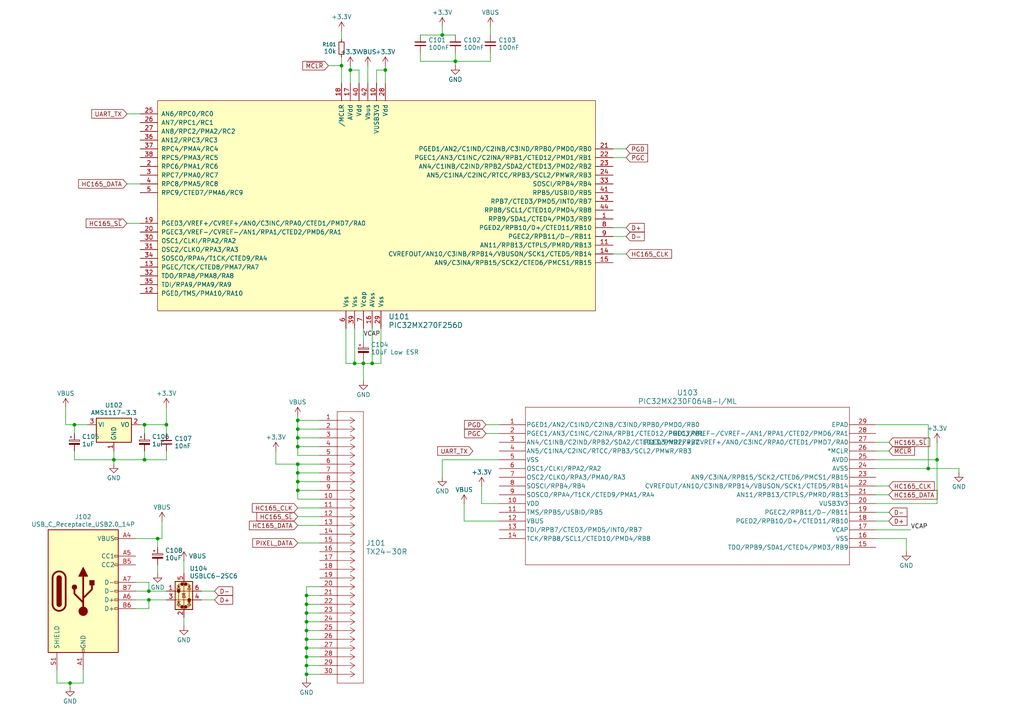
<source format=kicad_sch>
(kicad_sch
	(version 20250114)
	(generator "eeschema")
	(generator_version "9.0")
	(uuid "9cb93fc1-bfc7-41e1-9de0-44fa866232d4")
	(paper "A4")
	(title_block
		(title "FrznChess MCU Board")
		(date "2025-08-01")
		(rev "v0.1")
		(comment 1 "A.M. Rowsell")
	)
	
	(junction
		(at 43.18 171.45)
		(diameter 0)
		(color 0 0 0 0)
		(uuid "10749ecc-4719-4107-960e-48881c1cd22a")
	)
	(junction
		(at 101.6 20.32)
		(diameter 0)
		(color 0 0 0 0)
		(uuid "131f65d9-8b75-41da-a7ed-a0ebe2e55c24")
	)
	(junction
		(at 41.91 133.35)
		(diameter 0)
		(color 0 0 0 0)
		(uuid "16285791-4da2-4b64-9839-c0c10b743f7b")
	)
	(junction
		(at 86.36 121.92)
		(diameter 0)
		(color 0 0 0 0)
		(uuid "259869a4-5872-4196-8257-085b26c9ae76")
	)
	(junction
		(at 107.95 105.41)
		(diameter 0)
		(color 0 0 0 0)
		(uuid "2763cb1b-edfc-4ea2-bd68-678cdfa30847")
	)
	(junction
		(at 86.36 134.62)
		(diameter 0)
		(color 0 0 0 0)
		(uuid "30a80a38-f86b-45ad-98a5-a894ae226675")
	)
	(junction
		(at 41.91 123.19)
		(diameter 0)
		(color 0 0 0 0)
		(uuid "500f929e-5de9-4319-8898-0527301856f5")
	)
	(junction
		(at 88.9 190.5)
		(diameter 0)
		(color 0 0 0 0)
		(uuid "571d1ddd-2c2d-46ad-b0e8-39e5bca685bf")
	)
	(junction
		(at 105.41 105.41)
		(diameter 0)
		(color 0 0 0 0)
		(uuid "5fbfa56d-fffd-434a-b005-bbe4dd674943")
	)
	(junction
		(at 128.27 10.16)
		(diameter 0)
		(color 0 0 0 0)
		(uuid "638592c1-f775-4452-b96a-dac93cd16e4f")
	)
	(junction
		(at 99.06 19.05)
		(diameter 0)
		(color 0 0 0 0)
		(uuid "6b346ae2-fd73-4a30-91fd-5a29a1840eda")
	)
	(junction
		(at 88.9 180.34)
		(diameter 0)
		(color 0 0 0 0)
		(uuid "7e2cf85e-8972-4308-ae20-dc4f9b3750e2")
	)
	(junction
		(at 88.9 177.8)
		(diameter 0)
		(color 0 0 0 0)
		(uuid "7ef34cf7-3dca-49f8-969c-6b4bd9aac237")
	)
	(junction
		(at 21.59 123.19)
		(diameter 0)
		(color 0 0 0 0)
		(uuid "7ef7c032-5512-4cbf-98e6-bdb4b211d354")
	)
	(junction
		(at 88.9 193.04)
		(diameter 0)
		(color 0 0 0 0)
		(uuid "7f9cef44-82f5-4e65-ad9d-e0aca4dd2992")
	)
	(junction
		(at 86.36 129.54)
		(diameter 0)
		(color 0 0 0 0)
		(uuid "88a0184e-c582-487f-a20e-c61a3dadf9e1")
	)
	(junction
		(at 86.36 124.46)
		(diameter 0)
		(color 0 0 0 0)
		(uuid "9e42ba67-eea0-46ac-ace0-713c42677ac2")
	)
	(junction
		(at 43.18 173.99)
		(diameter 0)
		(color 0 0 0 0)
		(uuid "a31e04c3-b0f1-4937-9c24-3d196307d949")
	)
	(junction
		(at 86.36 142.24)
		(diameter 0)
		(color 0 0 0 0)
		(uuid "abb30b79-9c4b-4494-bcd5-0cfb5d98f62c")
	)
	(junction
		(at 45.72 156.21)
		(diameter 0)
		(color 0 0 0 0)
		(uuid "ae16954c-9ce8-4be8-a703-9fd4c98ddba8")
	)
	(junction
		(at 88.9 187.96)
		(diameter 0)
		(color 0 0 0 0)
		(uuid "af924d85-56ec-413f-afca-cb955ffc9c7e")
	)
	(junction
		(at 20.32 198.12)
		(diameter 0)
		(color 0 0 0 0)
		(uuid "b0740b64-3299-4b29-b363-16fac467bdc0")
	)
	(junction
		(at 88.9 182.88)
		(diameter 0)
		(color 0 0 0 0)
		(uuid "b6ae5af8-4de0-47fe-8036-9bb3c930c7b6")
	)
	(junction
		(at 88.9 185.42)
		(diameter 0)
		(color 0 0 0 0)
		(uuid "c5b73675-0191-4eee-8431-aebf872211a1")
	)
	(junction
		(at 88.9 172.72)
		(diameter 0)
		(color 0 0 0 0)
		(uuid "c85bfb90-8c55-477a-a177-1f4ef9f82e1a")
	)
	(junction
		(at 88.9 195.58)
		(diameter 0)
		(color 0 0 0 0)
		(uuid "c9ec2ab7-bccc-42f5-ba89-b4cfd93bf3ca")
	)
	(junction
		(at 271.78 133.35)
		(diameter 0)
		(color 0 0 0 0)
		(uuid "d44e6c8f-8c7e-4b5b-a0c8-f37fca126ebb")
	)
	(junction
		(at 111.76 20.32)
		(diameter 0)
		(color 0 0 0 0)
		(uuid "d4b6c74a-6c68-4234-a693-888dc93880c6")
	)
	(junction
		(at 132.08 17.78)
		(diameter 0)
		(color 0 0 0 0)
		(uuid "d5cab823-ec43-4778-a1b2-2082aa3c1267")
	)
	(junction
		(at 269.24 135.89)
		(diameter 0)
		(color 0 0 0 0)
		(uuid "e2c6ca6e-a47c-4cdf-8861-c6a2dcba49e3")
	)
	(junction
		(at 86.36 137.16)
		(diameter 0)
		(color 0 0 0 0)
		(uuid "e3c225a6-9c66-4f18-a3fe-1157f178e11f")
	)
	(junction
		(at 102.87 105.41)
		(diameter 0)
		(color 0 0 0 0)
		(uuid "eaff087f-9250-40ba-ab46-f32cf01da6da")
	)
	(junction
		(at 88.9 175.26)
		(diameter 0)
		(color 0 0 0 0)
		(uuid "f00b13af-87d9-4b29-a5a1-25054af1d6ef")
	)
	(junction
		(at 48.26 123.19)
		(diameter 0)
		(color 0 0 0 0)
		(uuid "f574dba4-88d3-4e72-92be-ed5508dff6e6")
	)
	(junction
		(at 86.36 127)
		(diameter 0)
		(color 0 0 0 0)
		(uuid "f8b1890e-e9a0-42bb-b1d6-4a8a03d05bac")
	)
	(junction
		(at 33.02 133.35)
		(diameter 0)
		(color 0 0 0 0)
		(uuid "fa72350e-e92e-4c2b-9911-36890154ea74")
	)
	(junction
		(at 86.36 139.7)
		(diameter 0)
		(color 0 0 0 0)
		(uuid "fc69aded-a085-49fd-9691-d5155576f734")
	)
	(wire
		(pts
			(xy 86.36 144.78) (xy 86.36 142.24)
		)
		(stroke
			(width 0)
			(type default)
		)
		(uuid "08145ef5-bd63-4b69-9ef9-9b746abfd95f")
	)
	(wire
		(pts
			(xy 43.18 168.91) (xy 43.18 171.45)
		)
		(stroke
			(width 0)
			(type default)
		)
		(uuid "08bcbfad-42af-46cc-8365-1985fd5a24ed")
	)
	(wire
		(pts
			(xy 107.95 95.25) (xy 107.95 105.41)
		)
		(stroke
			(width 0)
			(type default)
		)
		(uuid "0a786594-8d1d-4dad-868e-2543ca57887b")
	)
	(wire
		(pts
			(xy 92.71 134.62) (xy 86.36 134.62)
		)
		(stroke
			(width 0)
			(type default)
		)
		(uuid "0c72d2ab-5dfa-437f-aa9c-bdc5281c7f19")
	)
	(wire
		(pts
			(xy 86.36 152.4) (xy 92.71 152.4)
		)
		(stroke
			(width 0)
			(type default)
		)
		(uuid "0c83a4bc-1e72-4149-a4ec-b1cb699d1aa0")
	)
	(wire
		(pts
			(xy 58.42 173.99) (xy 62.23 173.99)
		)
		(stroke
			(width 0)
			(type default)
		)
		(uuid "0ce3b7ca-72c9-43ea-bbfc-303464cce676")
	)
	(wire
		(pts
			(xy 254 130.81) (xy 257.81 130.81)
		)
		(stroke
			(width 0)
			(type default)
		)
		(uuid "0d30e1ac-94c4-4f84-a6ba-7d2ba26371eb")
	)
	(wire
		(pts
			(xy 177.8 43.18) (xy 181.61 43.18)
		)
		(stroke
			(width 0)
			(type default)
		)
		(uuid "10d8c2e0-0594-4c53-8ed4-9928c504315b")
	)
	(wire
		(pts
			(xy 86.36 120.65) (xy 86.36 121.92)
		)
		(stroke
			(width 0)
			(type default)
		)
		(uuid "1160e352-48b1-487a-bed5-de26ba0c2f2d")
	)
	(wire
		(pts
			(xy 39.37 176.53) (xy 43.18 176.53)
		)
		(stroke
			(width 0)
			(type default)
		)
		(uuid "127f3356-defb-4863-814b-171e21cd8a8e")
	)
	(wire
		(pts
			(xy 43.18 171.45) (xy 48.26 171.45)
		)
		(stroke
			(width 0)
			(type default)
		)
		(uuid "14ab8955-1d8c-448c-9055-5bb211cf7189")
	)
	(wire
		(pts
			(xy 33.02 133.35) (xy 33.02 134.62)
		)
		(stroke
			(width 0)
			(type default)
		)
		(uuid "199e6de5-59a4-47bf-85f2-84db5fd0fb51")
	)
	(wire
		(pts
			(xy 278.13 135.89) (xy 269.24 135.89)
		)
		(stroke
			(width 0)
			(type default)
		)
		(uuid "1b256c67-3dde-4d21-af4c-ce1b5869b6f3")
	)
	(wire
		(pts
			(xy 36.83 64.77) (xy 40.64 64.77)
		)
		(stroke
			(width 0)
			(type default)
		)
		(uuid "1d701d85-8263-4326-8479-fc2e2ea622c7")
	)
	(wire
		(pts
			(xy 88.9 172.72) (xy 88.9 175.26)
		)
		(stroke
			(width 0)
			(type default)
		)
		(uuid "1e79e9cf-d253-49e1-8105-fe44af20b3ef")
	)
	(wire
		(pts
			(xy 45.72 163.83) (xy 45.72 166.37)
		)
		(stroke
			(width 0)
			(type default)
		)
		(uuid "1f3d3b0f-4253-4d52-a440-c7c6845ce04f")
	)
	(wire
		(pts
			(xy 142.24 15.24) (xy 142.24 17.78)
		)
		(stroke
			(width 0)
			(type default)
		)
		(uuid "21bb367a-01cb-4007-a821-04224a483e41")
	)
	(wire
		(pts
			(xy 105.41 105.41) (xy 105.41 110.49)
		)
		(stroke
			(width 0)
			(type default)
		)
		(uuid "2608f83e-32b6-47b7-a387-b9b481a56086")
	)
	(wire
		(pts
			(xy 24.13 198.12) (xy 20.32 198.12)
		)
		(stroke
			(width 0)
			(type default)
		)
		(uuid "268a29d6-9aae-465f-a8af-4e9594b934ec")
	)
	(wire
		(pts
			(xy 105.41 95.25) (xy 105.41 99.06)
		)
		(stroke
			(width 0)
			(type default)
		)
		(uuid "26bfbfae-d006-425b-b7a9-d441b9c2ea6f")
	)
	(wire
		(pts
			(xy 102.87 105.41) (xy 105.41 105.41)
		)
		(stroke
			(width 0)
			(type default)
		)
		(uuid "27e5a14c-3637-4b2f-9075-f597c42a8fd2")
	)
	(wire
		(pts
			(xy 139.7 146.05) (xy 144.78 146.05)
		)
		(stroke
			(width 0)
			(type default)
		)
		(uuid "27fb91d9-586d-4494-83ea-32f72f7ef6f6")
	)
	(wire
		(pts
			(xy 92.71 172.72) (xy 88.9 172.72)
		)
		(stroke
			(width 0)
			(type default)
		)
		(uuid "28a6be82-b006-4c3a-9d7d-bdf3b85459d9")
	)
	(wire
		(pts
			(xy 53.34 162.56) (xy 53.34 166.37)
		)
		(stroke
			(width 0)
			(type default)
		)
		(uuid "298a68ce-b9f7-4398-9435-8dc50c270e0f")
	)
	(wire
		(pts
			(xy 92.71 137.16) (xy 86.36 137.16)
		)
		(stroke
			(width 0)
			(type default)
		)
		(uuid "2e19159e-3439-4d32-b38e-287fa40cc250")
	)
	(wire
		(pts
			(xy 254 140.97) (xy 257.81 140.97)
		)
		(stroke
			(width 0)
			(type default)
		)
		(uuid "33171718-c7f1-4666-984e-b8345130d521")
	)
	(wire
		(pts
			(xy 88.9 175.26) (xy 88.9 177.8)
		)
		(stroke
			(width 0)
			(type default)
		)
		(uuid "345f9254-8c0c-475a-add0-098627b3200f")
	)
	(wire
		(pts
			(xy 92.71 175.26) (xy 88.9 175.26)
		)
		(stroke
			(width 0)
			(type default)
		)
		(uuid "347dba1d-15a3-437a-9b45-9b05cceaa00c")
	)
	(wire
		(pts
			(xy 262.89 156.21) (xy 262.89 160.02)
		)
		(stroke
			(width 0)
			(type default)
		)
		(uuid "34a907d1-51c3-45ff-bcbc-b613c53d9b6a")
	)
	(wire
		(pts
			(xy 45.72 156.21) (xy 45.72 158.75)
		)
		(stroke
			(width 0)
			(type default)
		)
		(uuid "35b7eed2-d224-4184-8be1-0b335709521f")
	)
	(wire
		(pts
			(xy 92.71 170.18) (xy 88.9 170.18)
		)
		(stroke
			(width 0)
			(type default)
		)
		(uuid "381e8775-32ec-4e20-b7b5-9b29fc37eb09")
	)
	(wire
		(pts
			(xy 132.08 17.78) (xy 132.08 19.05)
		)
		(stroke
			(width 0)
			(type default)
		)
		(uuid "3d0fc5c5-bd65-4f53-81a1-9598bf3537bd")
	)
	(wire
		(pts
			(xy 110.49 95.25) (xy 110.49 105.41)
		)
		(stroke
			(width 0)
			(type default)
		)
		(uuid "3dc7eee2-1586-481a-82dc-a0782476f689")
	)
	(wire
		(pts
			(xy 100.33 105.41) (xy 102.87 105.41)
		)
		(stroke
			(width 0)
			(type default)
		)
		(uuid "3dd0376e-3d34-4f51-bd32-b7512865874f")
	)
	(wire
		(pts
			(xy 24.13 194.31) (xy 24.13 198.12)
		)
		(stroke
			(width 0)
			(type default)
		)
		(uuid "3e4f56ec-1b13-4d92-ad7d-6e800b30ddbf")
	)
	(wire
		(pts
			(xy 20.32 198.12) (xy 20.32 199.39)
		)
		(stroke
			(width 0)
			(type default)
		)
		(uuid "3e943497-e3fe-4462-ae98-4aa50a671500")
	)
	(wire
		(pts
			(xy 128.27 133.35) (xy 128.27 138.43)
		)
		(stroke
			(width 0)
			(type default)
		)
		(uuid "40a8553b-b121-4c65-900b-eff8adbd4a67")
	)
	(wire
		(pts
			(xy 142.24 17.78) (xy 132.08 17.78)
		)
		(stroke
			(width 0)
			(type default)
		)
		(uuid "49f6dfed-aec7-4ea9-9bc3-0b95dbb903af")
	)
	(wire
		(pts
			(xy 88.9 177.8) (xy 88.9 180.34)
		)
		(stroke
			(width 0)
			(type default)
		)
		(uuid "49fa968c-92b0-4417-a814-d6e493cfd39c")
	)
	(wire
		(pts
			(xy 88.9 190.5) (xy 88.9 193.04)
		)
		(stroke
			(width 0)
			(type default)
		)
		(uuid "4a167142-956f-46da-b423-e5092579b249")
	)
	(wire
		(pts
			(xy 43.18 173.99) (xy 48.26 173.99)
		)
		(stroke
			(width 0)
			(type default)
		)
		(uuid "4a2677e4-246e-47e9-9799-c4b7d689887d")
	)
	(wire
		(pts
			(xy 39.37 168.91) (xy 43.18 168.91)
		)
		(stroke
			(width 0)
			(type default)
		)
		(uuid "4a8be273-de0f-4284-8726-8fde95d774ff")
	)
	(wire
		(pts
			(xy 46.99 151.13) (xy 46.99 156.21)
		)
		(stroke
			(width 0)
			(type default)
		)
		(uuid "4b1b92c8-ea9f-40d1-bb77-cecbb653851e")
	)
	(wire
		(pts
			(xy 86.36 121.92) (xy 92.71 121.92)
		)
		(stroke
			(width 0)
			(type default)
		)
		(uuid "4b213c83-9d83-453d-bbe4-ab90384cf008")
	)
	(wire
		(pts
			(xy 254 146.05) (xy 271.78 146.05)
		)
		(stroke
			(width 0)
			(type default)
		)
		(uuid "4c2740d3-55aa-4e78-9d17-cecc382fc440")
	)
	(wire
		(pts
			(xy 121.92 15.24) (xy 121.92 17.78)
		)
		(stroke
			(width 0)
			(type default)
		)
		(uuid "58c017d0-41aa-419c-a686-a2c8ac4ccad2")
	)
	(wire
		(pts
			(xy 39.37 171.45) (xy 43.18 171.45)
		)
		(stroke
			(width 0)
			(type default)
		)
		(uuid "5c0e75ca-ba36-4a0a-8e63-e9f7d989698c")
	)
	(wire
		(pts
			(xy 86.36 134.62) (xy 80.01 134.62)
		)
		(stroke
			(width 0)
			(type default)
		)
		(uuid "5e0f75fa-aa67-4667-8852-af832f8292b1")
	)
	(wire
		(pts
			(xy 102.87 95.25) (xy 102.87 105.41)
		)
		(stroke
			(width 0)
			(type default)
		)
		(uuid "607918c6-509e-49ed-aa01-0bc63a15c6d5")
	)
	(wire
		(pts
			(xy 45.72 156.21) (xy 39.37 156.21)
		)
		(stroke
			(width 0)
			(type default)
		)
		(uuid "623f0a2d-8fee-4cb0-af6e-122aaf82d6d0")
	)
	(wire
		(pts
			(xy 278.13 135.89) (xy 278.13 137.16)
		)
		(stroke
			(width 0)
			(type default)
		)
		(uuid "62804da2-c542-401a-93b4-70f51afd4622")
	)
	(wire
		(pts
			(xy 86.36 129.54) (xy 86.36 127)
		)
		(stroke
			(width 0)
			(type default)
		)
		(uuid "6655200a-a40a-4e31-b730-d2cbcf02c0ff")
	)
	(wire
		(pts
			(xy 21.59 130.81) (xy 21.59 133.35)
		)
		(stroke
			(width 0)
			(type default)
		)
		(uuid "66eb3a92-0ea6-4874-8e4b-4ef1b02a96a3")
	)
	(wire
		(pts
			(xy 19.05 123.19) (xy 21.59 123.19)
		)
		(stroke
			(width 0)
			(type default)
		)
		(uuid "671ec6f8-eac5-4258-b952-bcac6a4474a8")
	)
	(wire
		(pts
			(xy 92.71 180.34) (xy 88.9 180.34)
		)
		(stroke
			(width 0)
			(type default)
		)
		(uuid "67c8ae62-8b8a-4b6a-9a39-86dc6d351e70")
	)
	(wire
		(pts
			(xy 36.83 33.02) (xy 40.64 33.02)
		)
		(stroke
			(width 0)
			(type default)
		)
		(uuid "6930beed-62cf-46bc-a4db-8de1ed60e265")
	)
	(wire
		(pts
			(xy 88.9 180.34) (xy 88.9 182.88)
		)
		(stroke
			(width 0)
			(type default)
		)
		(uuid "6b1d5298-fc03-43c6-9de1-fb4c4ab8a5ed")
	)
	(wire
		(pts
			(xy 107.95 105.41) (xy 105.41 105.41)
		)
		(stroke
			(width 0)
			(type default)
		)
		(uuid "6d60ddbb-6bfa-449b-a4d9-5f450c2dda60")
	)
	(wire
		(pts
			(xy 86.36 124.46) (xy 86.36 121.92)
		)
		(stroke
			(width 0)
			(type default)
		)
		(uuid "700a8f7c-ba57-4dd4-81ae-6a7d261bd41a")
	)
	(wire
		(pts
			(xy 101.6 19.05) (xy 101.6 20.32)
		)
		(stroke
			(width 0)
			(type default)
		)
		(uuid "713b45e3-42ca-44cd-8677-7d4d15f195ab")
	)
	(wire
		(pts
			(xy 86.36 142.24) (xy 86.36 139.7)
		)
		(stroke
			(width 0)
			(type default)
		)
		(uuid "71eed642-89e4-4940-b163-14abcdaa1ff1")
	)
	(wire
		(pts
			(xy 121.92 10.16) (xy 128.27 10.16)
		)
		(stroke
			(width 0)
			(type default)
		)
		(uuid "75993f05-0af6-464a-846b-d77b1525dc48")
	)
	(wire
		(pts
			(xy 144.78 133.35) (xy 128.27 133.35)
		)
		(stroke
			(width 0)
			(type default)
		)
		(uuid "765e1fb0-97ec-4fff-b9be-6f9e059aec80")
	)
	(wire
		(pts
			(xy 92.71 129.54) (xy 86.36 129.54)
		)
		(stroke
			(width 0)
			(type default)
		)
		(uuid "76875b58-4481-4f0d-bb20-4b6a13dd5064")
	)
	(wire
		(pts
			(xy 92.71 139.7) (xy 86.36 139.7)
		)
		(stroke
			(width 0)
			(type default)
		)
		(uuid "76c2d37b-c3b2-4ae9-ad90-08ed4f02fc95")
	)
	(wire
		(pts
			(xy 269.24 123.19) (xy 269.24 135.89)
		)
		(stroke
			(width 0)
			(type default)
		)
		(uuid "76ea12a6-b282-4c69-8784-d97cb55e5454")
	)
	(wire
		(pts
			(xy 41.91 123.19) (xy 48.26 123.19)
		)
		(stroke
			(width 0)
			(type default)
		)
		(uuid "76ef2803-a1c3-4f01-a908-a42918d6337e")
	)
	(wire
		(pts
			(xy 111.76 20.32) (xy 111.76 24.13)
		)
		(stroke
			(width 0)
			(type default)
		)
		(uuid "782f419c-7e14-4523-8f0d-5d6a9c2fbbf6")
	)
	(wire
		(pts
			(xy 92.71 124.46) (xy 86.36 124.46)
		)
		(stroke
			(width 0)
			(type default)
		)
		(uuid "78916a8a-6129-4f1a-91ac-9c554ce588b3")
	)
	(wire
		(pts
			(xy 128.27 10.16) (xy 128.27 7.62)
		)
		(stroke
			(width 0)
			(type default)
		)
		(uuid "78fa419d-8393-43b2-9985-71baef0f04c7")
	)
	(wire
		(pts
			(xy 271.78 146.05) (xy 271.78 133.35)
		)
		(stroke
			(width 0)
			(type default)
		)
		(uuid "7915e4ad-dba6-4ada-bab3-a17504e76b2f")
	)
	(wire
		(pts
			(xy 21.59 123.19) (xy 21.59 125.73)
		)
		(stroke
			(width 0)
			(type default)
		)
		(uuid "7982b84b-d6f4-41a4-807e-fa91c38f7d80")
	)
	(wire
		(pts
			(xy 142.24 7.62) (xy 142.24 10.16)
		)
		(stroke
			(width 0)
			(type default)
		)
		(uuid "79c289af-777e-4a6e-a28b-1524d8ae583f")
	)
	(wire
		(pts
			(xy 88.9 195.58) (xy 88.9 196.85)
		)
		(stroke
			(width 0)
			(type default)
		)
		(uuid "7bdb457f-5bc4-430f-9ae5-d0f7166b0f95")
	)
	(wire
		(pts
			(xy 104.14 24.13) (xy 104.14 20.32)
		)
		(stroke
			(width 0)
			(type default)
		)
		(uuid "7c01b836-365a-4e34-bf46-63bd1bc7fa2f")
	)
	(wire
		(pts
			(xy 53.34 179.07) (xy 53.34 181.61)
		)
		(stroke
			(width 0)
			(type default)
		)
		(uuid "7d05d1e4-7a50-4ca1-b774-da50570aaca2")
	)
	(wire
		(pts
			(xy 21.59 123.19) (xy 25.4 123.19)
		)
		(stroke
			(width 0)
			(type default)
		)
		(uuid "7dcffe63-de18-427b-bbbb-0e0ce1070572")
	)
	(wire
		(pts
			(xy 40.64 123.19) (xy 41.91 123.19)
		)
		(stroke
			(width 0)
			(type default)
		)
		(uuid "814d87b1-20bb-40fa-b2cb-ec0dcf47f3af")
	)
	(wire
		(pts
			(xy 254 153.67) (xy 264.16 153.67)
		)
		(stroke
			(width 0)
			(type default)
		)
		(uuid "81c5c75b-f4ba-4236-80d1-ddacd62f4a0b")
	)
	(wire
		(pts
			(xy 92.71 182.88) (xy 88.9 182.88)
		)
		(stroke
			(width 0)
			(type default)
		)
		(uuid "842160c7-713e-4081-89e3-6e14d43c5108")
	)
	(wire
		(pts
			(xy 99.06 19.05) (xy 99.06 24.13)
		)
		(stroke
			(width 0)
			(type default)
		)
		(uuid "8525c541-99b8-41ec-b66a-7ff159f88c87")
	)
	(wire
		(pts
			(xy 92.71 177.8) (xy 88.9 177.8)
		)
		(stroke
			(width 0)
			(type default)
		)
		(uuid "86af261f-94d7-4b98-8836-2a39551d3e9d")
	)
	(wire
		(pts
			(xy 86.36 137.16) (xy 86.36 134.62)
		)
		(stroke
			(width 0)
			(type default)
		)
		(uuid "8729d2ff-d102-48af-84ea-a5a49d887e90")
	)
	(wire
		(pts
			(xy 109.22 24.13) (xy 109.22 20.32)
		)
		(stroke
			(width 0)
			(type default)
		)
		(uuid "8781894a-572e-4c2b-90a6-68756393f534")
	)
	(wire
		(pts
			(xy 177.8 68.58) (xy 181.61 68.58)
		)
		(stroke
			(width 0)
			(type default)
		)
		(uuid "882094cb-cdf7-416b-90a1-0f7419ceb1d9")
	)
	(wire
		(pts
			(xy 16.51 194.31) (xy 16.51 198.12)
		)
		(stroke
			(width 0)
			(type default)
		)
		(uuid "892d9425-d182-48d7-bc63-ded49b9a5a74")
	)
	(wire
		(pts
			(xy 86.36 147.32) (xy 92.71 147.32)
		)
		(stroke
			(width 0)
			(type default)
		)
		(uuid "8952b863-361e-4f43-9a45-745b1b696f2d")
	)
	(wire
		(pts
			(xy 177.8 45.72) (xy 181.61 45.72)
		)
		(stroke
			(width 0)
			(type default)
		)
		(uuid "89bdb279-4ef7-4a46-90f7-fa27115c7aac")
	)
	(wire
		(pts
			(xy 58.42 171.45) (xy 62.23 171.45)
		)
		(stroke
			(width 0)
			(type default)
		)
		(uuid "8a118355-6987-44f1-b956-01147a739085")
	)
	(wire
		(pts
			(xy 88.9 193.04) (xy 88.9 195.58)
		)
		(stroke
			(width 0)
			(type default)
		)
		(uuid "8a1bc435-91e8-4520-b887-16c322af17bb")
	)
	(wire
		(pts
			(xy 16.51 198.12) (xy 20.32 198.12)
		)
		(stroke
			(width 0)
			(type default)
		)
		(uuid "8eeadf7b-3f11-469e-b2fd-02beaa2b4223")
	)
	(wire
		(pts
			(xy 271.78 128.27) (xy 271.78 133.35)
		)
		(stroke
			(width 0)
			(type default)
		)
		(uuid "8f39d913-918b-4b25-9371-f844de3a6a73")
	)
	(wire
		(pts
			(xy 99.06 16.51) (xy 99.06 19.05)
		)
		(stroke
			(width 0)
			(type default)
		)
		(uuid "916d9fb2-5f35-4e02-8a8c-b03278f9b8a5")
	)
	(wire
		(pts
			(xy 254 143.51) (xy 257.81 143.51)
		)
		(stroke
			(width 0)
			(type default)
		)
		(uuid "919daf4c-e41a-43bd-a461-78b107e3e6d3")
	)
	(wire
		(pts
			(xy 92.71 190.5) (xy 88.9 190.5)
		)
		(stroke
			(width 0)
			(type default)
		)
		(uuid "9270ff95-6bac-4a70-b36d-3b2ef4c20e0c")
	)
	(wire
		(pts
			(xy 254 148.59) (xy 257.81 148.59)
		)
		(stroke
			(width 0)
			(type default)
		)
		(uuid "94871793-91f2-4cb7-a5ab-c86547b0776e")
	)
	(wire
		(pts
			(xy 80.01 134.62) (xy 80.01 130.81)
		)
		(stroke
			(width 0)
			(type default)
		)
		(uuid "9c21e040-759b-4082-a157-aacc14dfc78e")
	)
	(wire
		(pts
			(xy 86.36 127) (xy 86.36 124.46)
		)
		(stroke
			(width 0)
			(type default)
		)
		(uuid "9eb40935-a320-475a-adb4-dd562725849e")
	)
	(wire
		(pts
			(xy 134.62 146.05) (xy 134.62 151.13)
		)
		(stroke
			(width 0)
			(type default)
		)
		(uuid "a02c8275-eab6-4277-b6e6-032410d2e3ec")
	)
	(wire
		(pts
			(xy 106.68 19.05) (xy 106.68 24.13)
		)
		(stroke
			(width 0)
			(type default)
		)
		(uuid "a05858ee-9367-4fe5-9ef0-758f303ecbc6")
	)
	(wire
		(pts
			(xy 109.22 20.32) (xy 111.76 20.32)
		)
		(stroke
			(width 0)
			(type default)
		)
		(uuid "a07a97e6-2a42-4ac2-bec6-389c1e07c7ae")
	)
	(wire
		(pts
			(xy 46.99 156.21) (xy 45.72 156.21)
		)
		(stroke
			(width 0)
			(type default)
		)
		(uuid "a5709f80-e7b8-43b2-8b1e-85b0140ebce2")
	)
	(wire
		(pts
			(xy 86.36 157.48) (xy 92.71 157.48)
		)
		(stroke
			(width 0)
			(type default)
		)
		(uuid "a6c2bc03-0d53-4de8-9221-09041ba37da3")
	)
	(wire
		(pts
			(xy 111.76 19.05) (xy 111.76 20.32)
		)
		(stroke
			(width 0)
			(type default)
		)
		(uuid "aa32e25a-41f5-49c5-9658-550cc46cf34e")
	)
	(wire
		(pts
			(xy 86.36 149.86) (xy 92.71 149.86)
		)
		(stroke
			(width 0)
			(type default)
		)
		(uuid "aa73169a-48d3-4b88-9dcb-c3fbb718e541")
	)
	(wire
		(pts
			(xy 19.05 118.11) (xy 19.05 123.19)
		)
		(stroke
			(width 0)
			(type default)
		)
		(uuid "aefefd74-dc09-4578-ba1a-e484e90b1d00")
	)
	(wire
		(pts
			(xy 88.9 170.18) (xy 88.9 172.72)
		)
		(stroke
			(width 0)
			(type default)
		)
		(uuid "b0025247-477d-489d-b022-19447792b7d5")
	)
	(wire
		(pts
			(xy 92.71 187.96) (xy 88.9 187.96)
		)
		(stroke
			(width 0)
			(type default)
		)
		(uuid "b3c29124-1840-4920-8e8e-4f9f438459dc")
	)
	(wire
		(pts
			(xy 39.37 173.99) (xy 43.18 173.99)
		)
		(stroke
			(width 0)
			(type default)
		)
		(uuid "b57d0e29-01af-429d-9b10-81149c72eb93")
	)
	(wire
		(pts
			(xy 48.26 123.19) (xy 48.26 118.11)
		)
		(stroke
			(width 0)
			(type default)
		)
		(uuid "b62ab971-c3a8-4430-9616-b04ac7b9b733")
	)
	(wire
		(pts
			(xy 139.7 140.97) (xy 139.7 146.05)
		)
		(stroke
			(width 0)
			(type default)
		)
		(uuid "b6dd4914-2cb8-40de-8e48-1a0a8fcad50a")
	)
	(wire
		(pts
			(xy 99.06 8.89) (xy 99.06 11.43)
		)
		(stroke
			(width 0)
			(type default)
		)
		(uuid "b6e30ebc-984c-4b12-972a-70c3ecf2cbb6")
	)
	(wire
		(pts
			(xy 92.71 193.04) (xy 88.9 193.04)
		)
		(stroke
			(width 0)
			(type default)
		)
		(uuid "b91af31f-07ae-4c17-bc51-2c17db02f9f8")
	)
	(wire
		(pts
			(xy 121.92 17.78) (xy 132.08 17.78)
		)
		(stroke
			(width 0)
			(type default)
		)
		(uuid "ba43b411-9463-4f85-9556-9bf040d73523")
	)
	(wire
		(pts
			(xy 92.71 142.24) (xy 86.36 142.24)
		)
		(stroke
			(width 0)
			(type default)
		)
		(uuid "bca4117e-2a77-4f6f-bf4e-3c4a5f49d225")
	)
	(wire
		(pts
			(xy 134.62 151.13) (xy 144.78 151.13)
		)
		(stroke
			(width 0)
			(type default)
		)
		(uuid "bd297ac9-a8e6-41ef-b59d-9c4376b60120")
	)
	(wire
		(pts
			(xy 86.36 139.7) (xy 86.36 137.16)
		)
		(stroke
			(width 0)
			(type default)
		)
		(uuid "bd7f3ed8-3087-4728-be73-b3a15aba0516")
	)
	(wire
		(pts
			(xy 92.71 195.58) (xy 88.9 195.58)
		)
		(stroke
			(width 0)
			(type default)
		)
		(uuid "bf883bfa-e3dd-467f-89db-94f41a146c5c")
	)
	(wire
		(pts
			(xy 254 156.21) (xy 262.89 156.21)
		)
		(stroke
			(width 0)
			(type default)
		)
		(uuid "c2edc13a-b1f0-4b2d-b6cf-83cd416f6698")
	)
	(wire
		(pts
			(xy 105.41 104.14) (xy 105.41 105.41)
		)
		(stroke
			(width 0)
			(type default)
		)
		(uuid "c329e00a-d582-437f-aba8-25c4c9784a3b")
	)
	(wire
		(pts
			(xy 100.33 95.25) (xy 100.33 105.41)
		)
		(stroke
			(width 0)
			(type default)
		)
		(uuid "c4fa9b44-9da9-4c6e-a3ff-18b1defa6d29")
	)
	(wire
		(pts
			(xy 48.26 130.81) (xy 48.26 133.35)
		)
		(stroke
			(width 0)
			(type default)
		)
		(uuid "c8377761-1ede-4003-a5a8-a653f8871898")
	)
	(wire
		(pts
			(xy 41.91 130.81) (xy 41.91 133.35)
		)
		(stroke
			(width 0)
			(type default)
		)
		(uuid "d038d4fc-4f59-4722-adc4-a0bde8973398")
	)
	(wire
		(pts
			(xy 41.91 133.35) (xy 33.02 133.35)
		)
		(stroke
			(width 0)
			(type default)
		)
		(uuid "d2ca8dc6-3dba-4763-8afd-498c1ec6364e")
	)
	(wire
		(pts
			(xy 88.9 182.88) (xy 88.9 185.42)
		)
		(stroke
			(width 0)
			(type default)
		)
		(uuid "d40fa5b4-6379-4024-a6bd-60525f7cd855")
	)
	(wire
		(pts
			(xy 95.25 19.05) (xy 99.06 19.05)
		)
		(stroke
			(width 0)
			(type default)
		)
		(uuid "d4214b30-78f8-4578-a064-a09ced9c98e9")
	)
	(wire
		(pts
			(xy 21.59 133.35) (xy 33.02 133.35)
		)
		(stroke
			(width 0)
			(type default)
		)
		(uuid "d4ce05af-043e-46d4-98e9-df664a9cbb0d")
	)
	(wire
		(pts
			(xy 92.71 144.78) (xy 86.36 144.78)
		)
		(stroke
			(width 0)
			(type default)
		)
		(uuid "d5bd512c-731f-4b51-a3f5-e5a23eb5d877")
	)
	(wire
		(pts
			(xy 104.14 20.32) (xy 101.6 20.32)
		)
		(stroke
			(width 0)
			(type default)
		)
		(uuid "d8ef263e-dfbb-4c4f-9242-3afa26bdbdb5")
	)
	(wire
		(pts
			(xy 254 151.13) (xy 257.81 151.13)
		)
		(stroke
			(width 0)
			(type default)
		)
		(uuid "d9001504-b878-409c-8665-7b0cac42420c")
	)
	(wire
		(pts
			(xy 177.8 73.66) (xy 181.61 73.66)
		)
		(stroke
			(width 0)
			(type default)
		)
		(uuid "db5e72b4-dcb0-4eb4-97ec-382aebc70dec")
	)
	(wire
		(pts
			(xy 33.02 130.81) (xy 33.02 133.35)
		)
		(stroke
			(width 0)
			(type default)
		)
		(uuid "de111824-7ec7-4e6c-93ab-04b16676b7ec")
	)
	(wire
		(pts
			(xy 92.71 132.08) (xy 86.36 132.08)
		)
		(stroke
			(width 0)
			(type default)
		)
		(uuid "de760bbd-4fa2-415c-8498-956d2644283c")
	)
	(wire
		(pts
			(xy 254 123.19) (xy 269.24 123.19)
		)
		(stroke
			(width 0)
			(type default)
		)
		(uuid "df6e50d0-5182-4281-843c-4d39cb645cb9")
	)
	(wire
		(pts
			(xy 132.08 15.24) (xy 132.08 17.78)
		)
		(stroke
			(width 0)
			(type default)
		)
		(uuid "e5162b12-4e0c-4272-ad41-e92fce127308")
	)
	(wire
		(pts
			(xy 128.27 10.16) (xy 132.08 10.16)
		)
		(stroke
			(width 0)
			(type default)
		)
		(uuid "e52e124d-31e4-483f-b74d-c877e3277225")
	)
	(wire
		(pts
			(xy 271.78 133.35) (xy 254 133.35)
		)
		(stroke
			(width 0)
			(type default)
		)
		(uuid "e973514c-ee29-4097-9164-55cdecbdb7fb")
	)
	(wire
		(pts
			(xy 88.9 185.42) (xy 88.9 187.96)
		)
		(stroke
			(width 0)
			(type default)
		)
		(uuid "eaecee33-fcaa-4fa2-b51f-73f7def029ae")
	)
	(wire
		(pts
			(xy 43.18 176.53) (xy 43.18 173.99)
		)
		(stroke
			(width 0)
			(type default)
		)
		(uuid "eba1a0f2-8c69-4738-9d54-4d6446af2be3")
	)
	(wire
		(pts
			(xy 92.71 127) (xy 86.36 127)
		)
		(stroke
			(width 0)
			(type default)
		)
		(uuid "ecaf2525-eddb-4b06-b4b9-44e00898697c")
	)
	(wire
		(pts
			(xy 101.6 20.32) (xy 101.6 24.13)
		)
		(stroke
			(width 0)
			(type default)
		)
		(uuid "ed82da56-f5f8-458d-be55-8c769b173ed6")
	)
	(wire
		(pts
			(xy 86.36 132.08) (xy 86.36 129.54)
		)
		(stroke
			(width 0)
			(type default)
		)
		(uuid "f30bfe08-556c-4647-9855-d2bfaac21035")
	)
	(wire
		(pts
			(xy 36.83 53.34) (xy 40.64 53.34)
		)
		(stroke
			(width 0)
			(type default)
		)
		(uuid "f3387f13-36ab-48b7-a327-49675a96af00")
	)
	(wire
		(pts
			(xy 110.49 105.41) (xy 107.95 105.41)
		)
		(stroke
			(width 0)
			(type default)
		)
		(uuid "f3787c2e-ba22-43b3-9a3c-c38bf626f18b")
	)
	(wire
		(pts
			(xy 48.26 123.19) (xy 48.26 125.73)
		)
		(stroke
			(width 0)
			(type default)
		)
		(uuid "f437f9d9-5df7-4de2-bc4b-71d24f66aa51")
	)
	(wire
		(pts
			(xy 177.8 66.04) (xy 181.61 66.04)
		)
		(stroke
			(width 0)
			(type default)
		)
		(uuid "f5a548c5-a90f-4b26-803a-30cb5b9f0620")
	)
	(wire
		(pts
			(xy 140.97 125.73) (xy 144.78 125.73)
		)
		(stroke
			(width 0)
			(type default)
		)
		(uuid "f67701a2-11e6-4be2-acd8-022d50377408")
	)
	(wire
		(pts
			(xy 92.71 185.42) (xy 88.9 185.42)
		)
		(stroke
			(width 0)
			(type default)
		)
		(uuid "f98f5776-535d-40d1-8f64-96168c7ef26f")
	)
	(wire
		(pts
			(xy 254 135.89) (xy 269.24 135.89)
		)
		(stroke
			(width 0)
			(type default)
		)
		(uuid "fa39a06d-9b14-4b9f-88ea-185d3c0cfd7b")
	)
	(wire
		(pts
			(xy 140.97 123.19) (xy 144.78 123.19)
		)
		(stroke
			(width 0)
			(type default)
		)
		(uuid "fa3f5f5f-bc19-493e-ba82-06f7a967ef78")
	)
	(wire
		(pts
			(xy 41.91 123.19) (xy 41.91 125.73)
		)
		(stroke
			(width 0)
			(type default)
		)
		(uuid "fd49b3f8-7a16-4b23-9b62-ce0d09a445b1")
	)
	(wire
		(pts
			(xy 88.9 187.96) (xy 88.9 190.5)
		)
		(stroke
			(width 0)
			(type default)
		)
		(uuid "fd4a0a89-dd37-40b2-a2e0-0317e9114713")
	)
	(wire
		(pts
			(xy 254 128.27) (xy 257.81 128.27)
		)
		(stroke
			(width 0)
			(type default)
		)
		(uuid "fde0a6cc-a067-453d-9bb1-67d10b563d07")
	)
	(wire
		(pts
			(xy 48.26 133.35) (xy 41.91 133.35)
		)
		(stroke
			(width 0)
			(type default)
		)
		(uuid "fe8a2a73-a9fb-4918-95e6-1383970b3767")
	)
	(label "VCAP"
		(at 264.16 153.67 0)
		(effects
			(font
				(size 1.27 1.27)
			)
			(justify left bottom)
		)
		(uuid "6233469a-bc22-4fe2-8bc1-237dd78d83af")
	)
	(label "VCAP"
		(at 105.41 97.79 0)
		(effects
			(font
				(size 1.27 1.27)
			)
			(justify left bottom)
		)
		(uuid "e06ba642-d121-42fe-9b91-5a28ae1a46c1")
	)
	(global_label "D+"
		(shape input)
		(at 181.61 66.04 0)
		(fields_autoplaced yes)
		(effects
			(font
				(size 1.27 1.27)
			)
			(justify left)
		)
		(uuid "1724a652-1b5d-4876-b3ec-a401adc3fe3f")
		(property "Intersheetrefs" "${INTERSHEET_REFS}"
			(at 186.5131 66.04 0)
			(effects
				(font
					(size 1.27 1.27)
				)
				(justify left)
				(hide yes)
			)
		)
	)
	(global_label "HC165_CLK"
		(shape input)
		(at 181.61 73.66 0)
		(fields_autoplaced yes)
		(effects
			(font
				(size 1.27 1.27)
			)
			(justify left)
		)
		(uuid "1f8c7a0e-3ce5-4633-9e26-77c0d864310c")
		(property "Intersheetrefs" "${INTERSHEET_REFS}"
			(at 193.6685 73.66 0)
			(effects
				(font
					(size 1.27 1.27)
				)
				(justify left)
				(hide yes)
			)
		)
	)
	(global_label "~{MCLR}"
		(shape input)
		(at 257.81 130.81 0)
		(fields_autoplaced yes)
		(effects
			(font
				(size 1.27 1.27)
			)
			(justify left)
		)
		(uuid "2eed422c-1539-41b1-83ff-6f8ce46fd5d3")
		(property "Intersheetrefs" "${INTERSHEET_REFS}"
			(at 265.2864 130.81 0)
			(effects
				(font
					(size 1.27 1.27)
				)
				(justify left)
				(hide yes)
			)
		)
	)
	(global_label "PGC"
		(shape input)
		(at 140.97 125.73 180)
		(fields_autoplaced yes)
		(effects
			(font
				(size 1.27 1.27)
			)
			(justify right)
		)
		(uuid "37d53935-e386-431b-8b8d-a62ff85a6af8")
		(property "Intersheetrefs" "${INTERSHEET_REFS}"
			(at 134.8523 125.73 0)
			(effects
				(font
					(size 1.27 1.27)
				)
				(justify right)
				(hide yes)
			)
		)
	)
	(global_label "HC165_S~{L}"
		(shape input)
		(at 36.83 64.77 180)
		(fields_autoplaced yes)
		(effects
			(font
				(size 1.27 1.27)
			)
			(justify right)
		)
		(uuid "3e3f7435-ddc5-4557-bb31-cbfcd219eda6")
		(property "Intersheetrefs" "${INTERSHEET_REFS}"
			(at 25.9168 64.77 0)
			(effects
				(font
					(size 1.27 1.27)
				)
				(justify right)
				(hide yes)
			)
		)
	)
	(global_label "D-"
		(shape input)
		(at 257.81 148.59 0)
		(fields_autoplaced yes)
		(effects
			(font
				(size 1.27 1.27)
			)
			(justify left)
		)
		(uuid "42ffaa26-1ab3-4070-97ee-bd07bef1957a")
		(property "Intersheetrefs" "${INTERSHEET_REFS}"
			(at 262.6262 148.59 0)
			(effects
				(font
					(size 1.27 1.27)
				)
				(justify left)
				(hide yes)
			)
		)
	)
	(global_label "PGC"
		(shape input)
		(at 181.61 45.72 0)
		(fields_autoplaced yes)
		(effects
			(font
				(size 1.27 1.27)
			)
			(justify left)
		)
		(uuid "60141ec8-ea19-421e-a4a9-4389a3a4bcfa")
		(property "Intersheetrefs" "${INTERSHEET_REFS}"
			(at 187.7277 45.72 0)
			(effects
				(font
					(size 1.27 1.27)
				)
				(justify left)
				(hide yes)
			)
		)
	)
	(global_label "HC165_S~{L}"
		(shape input)
		(at 86.36 149.86 180)
		(fields_autoplaced yes)
		(effects
			(font
				(size 1.27 1.27)
			)
			(justify right)
		)
		(uuid "69bd970b-edee-4438-8923-e73d44e41c6d")
		(property "Intersheetrefs" "${INTERSHEET_REFS}"
			(at 75.4468 149.86 0)
			(effects
				(font
					(size 1.27 1.27)
				)
				(justify right)
				(hide yes)
			)
		)
	)
	(global_label "HC165_S~{L}"
		(shape input)
		(at 257.81 128.27 0)
		(fields_autoplaced yes)
		(effects
			(font
				(size 1.27 1.27)
			)
			(justify left)
		)
		(uuid "6a3af2d6-51fc-4540-89e0-4d731ce80a2c")
		(property "Intersheetrefs" "${INTERSHEET_REFS}"
			(at 268.7232 128.27 0)
			(effects
				(font
					(size 1.27 1.27)
				)
				(justify left)
				(hide yes)
			)
		)
	)
	(global_label "HC165_DATA"
		(shape input)
		(at 36.83 53.34 180)
		(fields_autoplaced yes)
		(effects
			(font
				(size 1.27 1.27)
			)
			(justify right)
		)
		(uuid "6af2fc84-537e-4dd8-80d8-7fb1899b844d")
		(property "Intersheetrefs" "${INTERSHEET_REFS}"
			(at 23.8037 53.34 0)
			(effects
				(font
					(size 1.27 1.27)
				)
				(justify right)
				(hide yes)
			)
		)
	)
	(global_label "D+"
		(shape input)
		(at 257.81 151.13 0)
		(fields_autoplaced yes)
		(effects
			(font
				(size 1.27 1.27)
			)
			(justify left)
		)
		(uuid "6e816e78-ce6a-4e35-8a5d-29a0b3816278")
		(property "Intersheetrefs" "${INTERSHEET_REFS}"
			(at 262.7131 151.13 0)
			(effects
				(font
					(size 1.27 1.27)
				)
				(justify left)
				(hide yes)
			)
		)
	)
	(global_label "~{MCLR}"
		(shape input)
		(at 95.25 19.05 180)
		(fields_autoplaced yes)
		(effects
			(font
				(size 1.27 1.27)
			)
			(justify right)
		)
		(uuid "787223c6-21bb-4434-a718-c8555a5381c6")
		(property "Intersheetrefs" "${INTERSHEET_REFS}"
			(at 87.7736 19.05 0)
			(effects
				(font
					(size 1.27 1.27)
				)
				(justify right)
				(hide yes)
			)
		)
	)
	(global_label "PGD"
		(shape input)
		(at 181.61 43.18 0)
		(fields_autoplaced yes)
		(effects
			(font
				(size 1.27 1.27)
			)
			(justify left)
		)
		(uuid "8242ad20-64a6-4370-85b6-86b08a462b7b")
		(property "Intersheetrefs" "${INTERSHEET_REFS}"
			(at 187.8121 43.18 0)
			(effects
				(font
					(size 1.27 1.27)
				)
				(justify left)
				(hide yes)
			)
		)
	)
	(global_label "UART_TX"
		(shape input)
		(at 137.16 130.81 180)
		(fields_autoplaced yes)
		(effects
			(font
				(size 1.27 1.27)
			)
			(justify right)
		)
		(uuid "88aa8cc4-25f3-4330-a3aa-0959b33438b1")
		(property "Intersheetrefs" "${INTERSHEET_REFS}"
			(at 127.3262 130.81 0)
			(effects
				(font
					(size 1.27 1.27)
				)
				(justify right)
				(hide yes)
			)
		)
	)
	(global_label "HC165_CLK"
		(shape input)
		(at 86.36 147.32 180)
		(fields_autoplaced yes)
		(effects
			(font
				(size 1.27 1.27)
			)
			(justify right)
		)
		(uuid "8aa91792-c418-496d-be76-4341f6db1eff")
		(property "Intersheetrefs" "${INTERSHEET_REFS}"
			(at 74.3015 147.32 0)
			(effects
				(font
					(size 1.27 1.27)
				)
				(justify right)
				(hide yes)
			)
		)
	)
	(global_label "D+"
		(shape input)
		(at 62.23 173.99 0)
		(fields_autoplaced yes)
		(effects
			(font
				(size 1.27 1.27)
			)
			(justify left)
		)
		(uuid "9cd07965-03dd-402b-afb1-28d42242db24")
		(property "Intersheetrefs" "${INTERSHEET_REFS}"
			(at 67.1331 173.99 0)
			(effects
				(font
					(size 1.27 1.27)
				)
				(justify left)
				(hide yes)
			)
		)
	)
	(global_label "D-"
		(shape input)
		(at 62.23 171.45 0)
		(fields_autoplaced yes)
		(effects
			(font
				(size 1.27 1.27)
			)
			(justify left)
		)
		(uuid "9cd07965-03dd-402b-afb1-28d42242db25")
		(property "Intersheetrefs" "${INTERSHEET_REFS}"
			(at 67.0462 171.45 0)
			(effects
				(font
					(size 1.27 1.27)
				)
				(justify left)
				(hide yes)
			)
		)
	)
	(global_label "PGD"
		(shape input)
		(at 140.97 123.19 180)
		(fields_autoplaced yes)
		(effects
			(font
				(size 1.27 1.27)
			)
			(justify right)
		)
		(uuid "a2393370-b76a-4a37-b07c-b6b718a7f322")
		(property "Intersheetrefs" "${INTERSHEET_REFS}"
			(at 134.7679 123.19 0)
			(effects
				(font
					(size 1.27 1.27)
				)
				(justify right)
				(hide yes)
			)
		)
	)
	(global_label "UART_TX"
		(shape input)
		(at 36.83 33.02 180)
		(fields_autoplaced yes)
		(effects
			(font
				(size 1.27 1.27)
			)
			(justify right)
		)
		(uuid "a6873448-0171-45e2-99a7-7539b20d6135")
		(property "Intersheetrefs" "${INTERSHEET_REFS}"
			(at 26.9962 33.02 0)
			(effects
				(font
					(size 1.27 1.27)
				)
				(justify right)
				(hide yes)
			)
		)
	)
	(global_label "HC165_DATA"
		(shape input)
		(at 86.36 152.4 180)
		(fields_autoplaced yes)
		(effects
			(font
				(size 1.27 1.27)
			)
			(justify right)
		)
		(uuid "b3e3484b-a2a3-4e96-ad65-77ceb78e95db")
		(property "Intersheetrefs" "${INTERSHEET_REFS}"
			(at 73.3337 152.4 0)
			(effects
				(font
					(size 1.27 1.27)
				)
				(justify right)
				(hide yes)
			)
		)
	)
	(global_label "HC165_CLK"
		(shape input)
		(at 257.81 140.97 0)
		(fields_autoplaced yes)
		(effects
			(font
				(size 1.27 1.27)
			)
			(justify left)
		)
		(uuid "befa398a-2020-46d8-9e3d-eb652b631922")
		(property "Intersheetrefs" "${INTERSHEET_REFS}"
			(at 269.8685 140.97 0)
			(effects
				(font
					(size 1.27 1.27)
				)
				(justify left)
				(hide yes)
			)
		)
	)
	(global_label "HC165_DATA"
		(shape input)
		(at 257.81 143.51 0)
		(fields_autoplaced yes)
		(effects
			(font
				(size 1.27 1.27)
			)
			(justify left)
		)
		(uuid "c84dfe24-3a3f-4207-b17f-8e195f6fb4f6")
		(property "Intersheetrefs" "${INTERSHEET_REFS}"
			(at 270.8363 143.51 0)
			(effects
				(font
					(size 1.27 1.27)
				)
				(justify left)
				(hide yes)
			)
		)
	)
	(global_label "PIXEL_DATA"
		(shape input)
		(at 86.36 157.48 180)
		(fields_autoplaced yes)
		(effects
			(font
				(size 1.27 1.27)
			)
			(justify right)
		)
		(uuid "cabfab4f-0047-4afd-89b4-da1235677d28")
		(property "Intersheetrefs" "${INTERSHEET_REFS}"
			(at 73.8027 157.48 0)
			(effects
				(font
					(size 1.27 1.27)
				)
				(justify right)
				(hide yes)
			)
		)
	)
	(global_label "D-"
		(shape input)
		(at 181.61 68.58 0)
		(fields_autoplaced yes)
		(effects
			(font
				(size 1.27 1.27)
			)
			(justify left)
		)
		(uuid "d33448a0-01fa-42b7-b354-be663cdb322a")
		(property "Intersheetrefs" "${INTERSHEET_REFS}"
			(at 186.4262 68.58 0)
			(effects
				(font
					(size 1.27 1.27)
				)
				(justify left)
				(hide yes)
			)
		)
	)
	(symbol
		(lib_id "power:GND")
		(at 262.89 160.02 0)
		(unit 1)
		(exclude_from_sim no)
		(in_bom yes)
		(on_board yes)
		(dnp no)
		(fields_autoplaced yes)
		(uuid "087e3bb0-2df0-4d07-857d-268bb3257409")
		(property "Reference" "#PWR0120"
			(at 262.89 166.37 0)
			(effects
				(font
					(size 1.27 1.27)
				)
				(hide yes)
			)
		)
		(property "Value" "GND"
			(at 262.89 164.0223 0)
			(effects
				(font
					(size 1.27 1.27)
				)
			)
		)
		(property "Footprint" ""
			(at 262.89 160.02 0)
			(effects
				(font
					(size 1.27 1.27)
				)
				(hide yes)
			)
		)
		(property "Datasheet" ""
			(at 262.89 160.02 0)
			(effects
				(font
					(size 1.27 1.27)
				)
				(hide yes)
			)
		)
		(property "Description" "Power symbol creates a global label with name \"GND\" , ground"
			(at 262.89 160.02 0)
			(effects
				(font
					(size 1.27 1.27)
				)
				(hide yes)
			)
		)
		(pin "1"
			(uuid "4c8d332f-65c5-44e2-be50-dacf834b9522")
		)
		(instances
			(project "chess_mcu_board"
				(path "/9cb93fc1-bfc7-41e1-9de0-44fa866232d4"
					(reference "#PWR0120")
					(unit 1)
				)
			)
		)
	)
	(symbol
		(lib_id "Power_Protection:USBLC6-2SC6")
		(at 53.34 171.45 0)
		(unit 1)
		(exclude_from_sim no)
		(in_bom yes)
		(on_board yes)
		(dnp no)
		(fields_autoplaced yes)
		(uuid "17abc11c-aa1c-46d4-8c6a-7dc1652337f6")
		(property "Reference" "U104"
			(at 54.9911 164.9039 0)
			(effects
				(font
					(size 1.27 1.27)
				)
				(justify left)
			)
		)
		(property "Value" "USBLC6-2SC6"
			(at 54.9911 167.0666 0)
			(effects
				(font
					(size 1.27 1.27)
				)
				(justify left)
			)
		)
		(property "Footprint" "Package_TO_SOT_SMD:SOT-23-6"
			(at 54.61 177.8 0)
			(effects
				(font
					(size 1.27 1.27)
					(italic yes)
				)
				(justify left)
				(hide yes)
			)
		)
		(property "Datasheet" "https://www.st.com/resource/en/datasheet/usblc6-2.pdf"
			(at 54.61 179.705 0)
			(effects
				(font
					(size 1.27 1.27)
				)
				(justify left)
				(hide yes)
			)
		)
		(property "Description" "Very low capacitance ESD protection diode, 2 data-line, SOT-23-6"
			(at 53.34 171.45 0)
			(effects
				(font
					(size 1.27 1.27)
				)
				(hide yes)
			)
		)
		(pin "3"
			(uuid "e671b472-74ca-46bc-a900-18c68639c5ad")
		)
		(pin "1"
			(uuid "89e8c5ae-fda5-47aa-a5b6-170e15e8e7fc")
		)
		(pin "4"
			(uuid "1b87ec1e-2125-4ec8-bb36-e93bd39645c6")
		)
		(pin "5"
			(uuid "1809ea5b-2af5-49f3-9bf0-428fc20f047f")
		)
		(pin "6"
			(uuid "43fc24a6-1fb3-46a3-9602-9a438e25edb9")
		)
		(pin "2"
			(uuid "faef0d24-3fb7-4ce9-ae41-e30dc80b900f")
		)
		(instances
			(project ""
				(path "/9cb93fc1-bfc7-41e1-9de0-44fa866232d4"
					(reference "U104")
					(unit 1)
				)
			)
		)
	)
	(symbol
		(lib_id "power:GND")
		(at 53.34 181.61 0)
		(unit 1)
		(exclude_from_sim no)
		(in_bom yes)
		(on_board yes)
		(dnp no)
		(fields_autoplaced yes)
		(uuid "19c0dbcd-cc45-4d22-acf7-9391305262a0")
		(property "Reference" "#PWR0123"
			(at 53.34 187.96 0)
			(effects
				(font
					(size 1.27 1.27)
				)
				(hide yes)
			)
		)
		(property "Value" "GND"
			(at 53.34 185.6123 0)
			(effects
				(font
					(size 1.27 1.27)
				)
			)
		)
		(property "Footprint" ""
			(at 53.34 181.61 0)
			(effects
				(font
					(size 1.27 1.27)
				)
				(hide yes)
			)
		)
		(property "Datasheet" ""
			(at 53.34 181.61 0)
			(effects
				(font
					(size 1.27 1.27)
				)
				(hide yes)
			)
		)
		(property "Description" "Power symbol creates a global label with name \"GND\" , ground"
			(at 53.34 181.61 0)
			(effects
				(font
					(size 1.27 1.27)
				)
				(hide yes)
			)
		)
		(pin "1"
			(uuid "aea63ee0-4d9b-4ef5-8da4-549a63f631fe")
		)
		(instances
			(project "chess_mcu_board"
				(path "/9cb93fc1-bfc7-41e1-9de0-44fa866232d4"
					(reference "#PWR0123")
					(unit 1)
				)
			)
		)
	)
	(symbol
		(lib_id "power:+3.3V")
		(at 111.76 19.05 0)
		(unit 1)
		(exclude_from_sim no)
		(in_bom yes)
		(on_board yes)
		(dnp no)
		(fields_autoplaced yes)
		(uuid "19d2e670-b91d-43eb-a165-de776faa5e37")
		(property "Reference" "#PWR0106"
			(at 111.76 22.86 0)
			(effects
				(font
					(size 1.27 1.27)
				)
				(hide yes)
			)
		)
		(property "Value" "+3.3V"
			(at 111.76 15.0477 0)
			(effects
				(font
					(size 1.27 1.27)
				)
			)
		)
		(property "Footprint" ""
			(at 111.76 19.05 0)
			(effects
				(font
					(size 1.27 1.27)
				)
				(hide yes)
			)
		)
		(property "Datasheet" ""
			(at 111.76 19.05 0)
			(effects
				(font
					(size 1.27 1.27)
				)
				(hide yes)
			)
		)
		(property "Description" "Power symbol creates a global label with name \"+3.3V\""
			(at 111.76 19.05 0)
			(effects
				(font
					(size 1.27 1.27)
				)
				(hide yes)
			)
		)
		(pin "1"
			(uuid "7e41f768-3630-497e-af98-1b0620cd1305")
		)
		(instances
			(project "chess_mcu_board"
				(path "/9cb93fc1-bfc7-41e1-9de0-44fa866232d4"
					(reference "#PWR0106")
					(unit 1)
				)
			)
		)
	)
	(symbol
		(lib_id "Device:C_Polarized_Small")
		(at 41.91 128.27 0)
		(unit 1)
		(exclude_from_sim no)
		(in_bom yes)
		(on_board yes)
		(dnp no)
		(fields_autoplaced yes)
		(uuid "1fc1458c-8f5e-4f2e-9ecf-5cea4b8e9061")
		(property "Reference" "C106"
			(at 44.069 126.6425 0)
			(effects
				(font
					(size 1.27 1.27)
				)
				(justify left)
			)
		)
		(property "Value" "1uF"
			(at 44.069 128.8052 0)
			(effects
				(font
					(size 1.27 1.27)
				)
				(justify left)
			)
		)
		(property "Footprint" "Capacitor_SMD:C_1210_3225Metric_Pad1.33x2.70mm_HandSolder"
			(at 41.91 128.27 0)
			(effects
				(font
					(size 1.27 1.27)
				)
				(hide yes)
			)
		)
		(property "Datasheet" "~"
			(at 41.91 128.27 0)
			(effects
				(font
					(size 1.27 1.27)
				)
				(hide yes)
			)
		)
		(property "Description" "Polarized capacitor, small symbol"
			(at 41.91 128.27 0)
			(effects
				(font
					(size 1.27 1.27)
				)
				(hide yes)
			)
		)
		(pin "1"
			(uuid "78b1f0e2-6e7c-4818-841e-52c67124978d")
		)
		(pin "2"
			(uuid "5687a331-6221-482a-a26c-3298dc8ea3cc")
		)
		(instances
			(project ""
				(path "/9cb93fc1-bfc7-41e1-9de0-44fa866232d4"
					(reference "C106")
					(unit 1)
				)
			)
		)
	)
	(symbol
		(lib_id "power:VBUS")
		(at 134.62 146.05 0)
		(unit 1)
		(exclude_from_sim no)
		(in_bom yes)
		(on_board yes)
		(dnp no)
		(fields_autoplaced yes)
		(uuid "2768eecb-5b6a-4916-b242-9f4dd4bd0a23")
		(property "Reference" "#PWR0118"
			(at 134.62 149.86 0)
			(effects
				(font
					(size 1.27 1.27)
				)
				(hide yes)
			)
		)
		(property "Value" "VBUS"
			(at 134.62 142.0477 0)
			(effects
				(font
					(size 1.27 1.27)
				)
			)
		)
		(property "Footprint" ""
			(at 134.62 146.05 0)
			(effects
				(font
					(size 1.27 1.27)
				)
				(hide yes)
			)
		)
		(property "Datasheet" ""
			(at 134.62 146.05 0)
			(effects
				(font
					(size 1.27 1.27)
				)
				(hide yes)
			)
		)
		(property "Description" "Power symbol creates a global label with name \"VBUS\""
			(at 134.62 146.05 0)
			(effects
				(font
					(size 1.27 1.27)
				)
				(hide yes)
			)
		)
		(pin "1"
			(uuid "e8c9a10e-6736-41df-bf15-e2db38aa2fb5")
		)
		(instances
			(project "chess_mcu_board"
				(path "/9cb93fc1-bfc7-41e1-9de0-44fa866232d4"
					(reference "#PWR0118")
					(unit 1)
				)
			)
		)
	)
	(symbol
		(lib_id "power:+3.3V")
		(at 80.01 130.81 0)
		(unit 1)
		(exclude_from_sim no)
		(in_bom yes)
		(on_board yes)
		(dnp no)
		(fields_autoplaced yes)
		(uuid "2f9f4eae-99be-4ac7-889e-6ce6b0c5af6a")
		(property "Reference" "#PWR0113"
			(at 80.01 134.62 0)
			(effects
				(font
					(size 1.27 1.27)
				)
				(hide yes)
			)
		)
		(property "Value" "+3.3V"
			(at 80.01 126.8077 0)
			(effects
				(font
					(size 1.27 1.27)
				)
			)
		)
		(property "Footprint" ""
			(at 80.01 130.81 0)
			(effects
				(font
					(size 1.27 1.27)
				)
				(hide yes)
			)
		)
		(property "Datasheet" ""
			(at 80.01 130.81 0)
			(effects
				(font
					(size 1.27 1.27)
				)
				(hide yes)
			)
		)
		(property "Description" "Power symbol creates a global label with name \"+3.3V\""
			(at 80.01 130.81 0)
			(effects
				(font
					(size 1.27 1.27)
				)
				(hide yes)
			)
		)
		(pin "1"
			(uuid "38824aca-8180-439c-8d68-77a4288f16df")
		)
		(instances
			(project "chess_mcu_board"
				(path "/9cb93fc1-bfc7-41e1-9de0-44fa866232d4"
					(reference "#PWR0113")
					(unit 1)
				)
			)
		)
	)
	(symbol
		(lib_id "Regulator_Linear:AMS1117-3.3")
		(at 33.02 123.19 0)
		(unit 1)
		(exclude_from_sim no)
		(in_bom yes)
		(on_board yes)
		(dnp no)
		(fields_autoplaced yes)
		(uuid "30c37b88-ddfd-45df-abbc-2176b8b8fdd3")
		(property "Reference" "U102"
			(at 33.02 117.5329 0)
			(effects
				(font
					(size 1.27 1.27)
				)
			)
		)
		(property "Value" "AMS1117-3.3"
			(at 33.02 119.6956 0)
			(effects
				(font
					(size 1.27 1.27)
				)
			)
		)
		(property "Footprint" "Package_TO_SOT_SMD:SOT-223-3_TabPin2"
			(at 33.02 118.11 0)
			(effects
				(font
					(size 1.27 1.27)
				)
				(hide yes)
			)
		)
		(property "Datasheet" "http://www.advanced-monolithic.com/pdf/ds1117.pdf"
			(at 35.56 129.54 0)
			(effects
				(font
					(size 1.27 1.27)
				)
				(hide yes)
			)
		)
		(property "Description" "1A Low Dropout regulator, positive, 3.3V fixed output, SOT-223"
			(at 33.02 123.19 0)
			(effects
				(font
					(size 1.27 1.27)
				)
				(hide yes)
			)
		)
		(pin "3"
			(uuid "e63887fd-0130-4c76-867e-35f4b1a35c0b")
		)
		(pin "2"
			(uuid "2b78bf59-8757-46f2-a809-863b0573f8dc")
		)
		(pin "1"
			(uuid "e16afba2-161f-4665-9da0-29ef38f325a7")
		)
		(instances
			(project ""
				(path "/9cb93fc1-bfc7-41e1-9de0-44fa866232d4"
					(reference "U102")
					(unit 1)
				)
			)
		)
	)
	(symbol
		(lib_id "Device:C_Polarized_Small")
		(at 45.72 161.29 0)
		(unit 1)
		(exclude_from_sim no)
		(in_bom yes)
		(on_board yes)
		(dnp no)
		(fields_autoplaced yes)
		(uuid "3e82673b-9e41-4aa6-94af-68c904fc021c")
		(property "Reference" "C108"
			(at 47.879 159.6625 0)
			(effects
				(font
					(size 1.27 1.27)
				)
				(justify left)
			)
		)
		(property "Value" "10uF"
			(at 47.879 161.8252 0)
			(effects
				(font
					(size 1.27 1.27)
				)
				(justify left)
			)
		)
		(property "Footprint" "Capacitor_SMD:C_1210_3225Metric_Pad1.33x2.70mm_HandSolder"
			(at 45.72 161.29 0)
			(effects
				(font
					(size 1.27 1.27)
				)
				(hide yes)
			)
		)
		(property "Datasheet" "~"
			(at 45.72 161.29 0)
			(effects
				(font
					(size 1.27 1.27)
				)
				(hide yes)
			)
		)
		(property "Description" "Polarized capacitor, small symbol"
			(at 45.72 161.29 0)
			(effects
				(font
					(size 1.27 1.27)
				)
				(hide yes)
			)
		)
		(pin "1"
			(uuid "78b1f0e2-6e7c-4818-841e-52c67124978e")
		)
		(pin "2"
			(uuid "5687a331-6221-482a-a26c-3298dc8ea3cd")
		)
		(instances
			(project ""
				(path "/9cb93fc1-bfc7-41e1-9de0-44fa866232d4"
					(reference "C108")
					(unit 1)
				)
			)
		)
	)
	(symbol
		(lib_id "power:GND")
		(at 20.32 199.39 0)
		(unit 1)
		(exclude_from_sim no)
		(in_bom yes)
		(on_board yes)
		(dnp no)
		(fields_autoplaced yes)
		(uuid "47d95baa-f19b-416a-83c6-dcfd1f8ec0be")
		(property "Reference" "#PWR0125"
			(at 20.32 205.74 0)
			(effects
				(font
					(size 1.27 1.27)
				)
				(hide yes)
			)
		)
		(property "Value" "GND"
			(at 20.32 203.3923 0)
			(effects
				(font
					(size 1.27 1.27)
				)
			)
		)
		(property "Footprint" ""
			(at 20.32 199.39 0)
			(effects
				(font
					(size 1.27 1.27)
				)
				(hide yes)
			)
		)
		(property "Datasheet" ""
			(at 20.32 199.39 0)
			(effects
				(font
					(size 1.27 1.27)
				)
				(hide yes)
			)
		)
		(property "Description" "Power symbol creates a global label with name \"GND\" , ground"
			(at 20.32 199.39 0)
			(effects
				(font
					(size 1.27 1.27)
				)
				(hide yes)
			)
		)
		(pin "1"
			(uuid "72a5bf6c-1b76-4992-97ea-ae71a96b64e9")
		)
		(instances
			(project "chess_mcu_board"
				(path "/9cb93fc1-bfc7-41e1-9de0-44fa866232d4"
					(reference "#PWR0125")
					(unit 1)
				)
			)
		)
	)
	(symbol
		(lib_id "Device:R_Small")
		(at 99.06 13.97 0)
		(unit 1)
		(exclude_from_sim no)
		(in_bom yes)
		(on_board yes)
		(dnp no)
		(fields_autoplaced yes)
		(uuid "4d6f1548-d33a-4598-9068-67dcf4632d56")
		(property "Reference" "R101"
			(at 97.5615 12.8886 0)
			(effects
				(font
					(size 1.016 1.016)
				)
				(justify right)
			)
		)
		(property "Value" "10k"
			(at 97.5615 14.8731 0)
			(effects
				(font
					(size 1.27 1.27)
				)
				(justify right)
			)
		)
		(property "Footprint" "Resistor_SMD:R_1206_3216Metric"
			(at 99.06 13.97 0)
			(effects
				(font
					(size 1.27 1.27)
				)
				(hide yes)
			)
		)
		(property "Datasheet" "~"
			(at 99.06 13.97 0)
			(effects
				(font
					(size 1.27 1.27)
				)
				(hide yes)
			)
		)
		(property "Description" "Resistor, small symbol"
			(at 99.06 13.97 0)
			(effects
				(font
					(size 1.27 1.27)
				)
				(hide yes)
			)
		)
		(pin "2"
			(uuid "b9ac6ae6-5d75-451f-8743-ac5dc4c4fbf3")
		)
		(pin "1"
			(uuid "eff94fad-5d21-4f66-80f1-56e82e13dab7")
		)
		(instances
			(project ""
				(path "/9cb93fc1-bfc7-41e1-9de0-44fa866232d4"
					(reference "R101")
					(unit 1)
				)
			)
		)
	)
	(symbol
		(lib_id "power:GND")
		(at 105.41 110.49 0)
		(unit 1)
		(exclude_from_sim no)
		(in_bom yes)
		(on_board yes)
		(dnp no)
		(fields_autoplaced yes)
		(uuid "533b8f90-1982-470a-9d1d-88a80dc200f6")
		(property "Reference" "#PWR0108"
			(at 105.41 116.84 0)
			(effects
				(font
					(size 1.27 1.27)
				)
				(hide yes)
			)
		)
		(property "Value" "GND"
			(at 105.41 114.4923 0)
			(effects
				(font
					(size 1.27 1.27)
				)
			)
		)
		(property "Footprint" ""
			(at 105.41 110.49 0)
			(effects
				(font
					(size 1.27 1.27)
				)
				(hide yes)
			)
		)
		(property "Datasheet" ""
			(at 105.41 110.49 0)
			(effects
				(font
					(size 1.27 1.27)
				)
				(hide yes)
			)
		)
		(property "Description" "Power symbol creates a global label with name \"GND\" , ground"
			(at 105.41 110.49 0)
			(effects
				(font
					(size 1.27 1.27)
				)
				(hide yes)
			)
		)
		(pin "1"
			(uuid "44fbcd26-fabc-40ff-b764-d62f015dc21a")
		)
		(instances
			(project ""
				(path "/9cb93fc1-bfc7-41e1-9de0-44fa866232d4"
					(reference "#PWR0108")
					(unit 1)
				)
			)
		)
	)
	(symbol
		(lib_id "Device:C_Small")
		(at 48.26 128.27 0)
		(unit 1)
		(exclude_from_sim no)
		(in_bom yes)
		(on_board yes)
		(dnp no)
		(fields_autoplaced yes)
		(uuid "71f8625c-fa14-4cf4-917b-4ea15bbfd254")
		(property "Reference" "C107"
			(at 50.5841 127.1949 0)
			(effects
				(font
					(size 1.27 1.27)
				)
				(justify left)
			)
		)
		(property "Value" "10nF"
			(at 50.5841 129.3576 0)
			(effects
				(font
					(size 1.27 1.27)
				)
				(justify left)
			)
		)
		(property "Footprint" "Capacitor_SMD:C_1210_3225Metric_Pad1.33x2.70mm_HandSolder"
			(at 48.26 128.27 0)
			(effects
				(font
					(size 1.27 1.27)
				)
				(hide yes)
			)
		)
		(property "Datasheet" "~"
			(at 48.26 128.27 0)
			(effects
				(font
					(size 1.27 1.27)
				)
				(hide yes)
			)
		)
		(property "Description" "Unpolarized capacitor, small symbol"
			(at 48.26 128.27 0)
			(effects
				(font
					(size 1.27 1.27)
				)
				(hide yes)
			)
		)
		(pin "1"
			(uuid "0b525fd6-a154-4453-b766-e354a3f74efc")
		)
		(pin "2"
			(uuid "f2e02852-0572-4c41-8677-5c832ba38456")
		)
		(instances
			(project ""
				(path "/9cb93fc1-bfc7-41e1-9de0-44fa866232d4"
					(reference "C107")
					(unit 1)
				)
			)
		)
	)
	(symbol
		(lib_id "power:+3.3V")
		(at 139.7 140.97 0)
		(unit 1)
		(exclude_from_sim no)
		(in_bom yes)
		(on_board yes)
		(dnp no)
		(fields_autoplaced yes)
		(uuid "754289a3-d949-48a6-9b1c-59986a54b036")
		(property "Reference" "#PWR0117"
			(at 139.7 144.78 0)
			(effects
				(font
					(size 1.27 1.27)
				)
				(hide yes)
			)
		)
		(property "Value" "+3.3V"
			(at 139.7 136.9677 0)
			(effects
				(font
					(size 1.27 1.27)
				)
			)
		)
		(property "Footprint" ""
			(at 139.7 140.97 0)
			(effects
				(font
					(size 1.27 1.27)
				)
				(hide yes)
			)
		)
		(property "Datasheet" ""
			(at 139.7 140.97 0)
			(effects
				(font
					(size 1.27 1.27)
				)
				(hide yes)
			)
		)
		(property "Description" "Power symbol creates a global label with name \"+3.3V\""
			(at 139.7 140.97 0)
			(effects
				(font
					(size 1.27 1.27)
				)
				(hide yes)
			)
		)
		(pin "1"
			(uuid "a1be23e7-85bd-412f-8244-90faf953e4a6")
		)
		(instances
			(project "chess_mcu_board"
				(path "/9cb93fc1-bfc7-41e1-9de0-44fa866232d4"
					(reference "#PWR0117")
					(unit 1)
				)
			)
		)
	)
	(symbol
		(lib_id "Device:C_Small")
		(at 132.08 12.7 0)
		(unit 1)
		(exclude_from_sim no)
		(in_bom yes)
		(on_board yes)
		(dnp no)
		(fields_autoplaced yes)
		(uuid "81764c56-7d6d-4322-a184-7a7c9fae2f9c")
		(property "Reference" "C102"
			(at 134.4041 11.6249 0)
			(effects
				(font
					(size 1.27 1.27)
				)
				(justify left)
			)
		)
		(property "Value" "100nF"
			(at 134.4041 13.7876 0)
			(effects
				(font
					(size 1.27 1.27)
				)
				(justify left)
			)
		)
		(property "Footprint" "Capacitor_SMD:C_1206_3216Metric_Pad1.33x1.80mm_HandSolder"
			(at 132.08 12.7 0)
			(effects
				(font
					(size 1.27 1.27)
				)
				(hide yes)
			)
		)
		(property "Datasheet" "~"
			(at 132.08 12.7 0)
			(effects
				(font
					(size 1.27 1.27)
				)
				(hide yes)
			)
		)
		(property "Description" "Unpolarized capacitor, small symbol"
			(at 132.08 12.7 0)
			(effects
				(font
					(size 1.27 1.27)
				)
				(hide yes)
			)
		)
		(pin "1"
			(uuid "0b525fd6-a154-4453-b766-e354a3f74efd")
		)
		(pin "2"
			(uuid "f2e02852-0572-4c41-8677-5c832ba38457")
		)
		(instances
			(project ""
				(path "/9cb93fc1-bfc7-41e1-9de0-44fa866232d4"
					(reference "C102")
					(unit 1)
				)
			)
		)
	)
	(symbol
		(lib_id "power:GND")
		(at 88.9 196.85 0)
		(unit 1)
		(exclude_from_sim no)
		(in_bom yes)
		(on_board yes)
		(dnp no)
		(fields_autoplaced yes)
		(uuid "88e8785b-587f-4ab4-bc55-f66384dde473")
		(property "Reference" "#PWR0124"
			(at 88.9 203.2 0)
			(effects
				(font
					(size 1.27 1.27)
				)
				(hide yes)
			)
		)
		(property "Value" "GND"
			(at 88.9 200.8523 0)
			(effects
				(font
					(size 1.27 1.27)
				)
			)
		)
		(property "Footprint" ""
			(at 88.9 196.85 0)
			(effects
				(font
					(size 1.27 1.27)
				)
				(hide yes)
			)
		)
		(property "Datasheet" ""
			(at 88.9 196.85 0)
			(effects
				(font
					(size 1.27 1.27)
				)
				(hide yes)
			)
		)
		(property "Description" "Power symbol creates a global label with name \"GND\" , ground"
			(at 88.9 196.85 0)
			(effects
				(font
					(size 1.27 1.27)
				)
				(hide yes)
			)
		)
		(pin "1"
			(uuid "ede76dd6-dc8f-497c-9bf4-e19e70fdc066")
		)
		(instances
			(project "chess_mcu_board"
				(path "/9cb93fc1-bfc7-41e1-9de0-44fa866232d4"
					(reference "#PWR0124")
					(unit 1)
				)
			)
		)
	)
	(symbol
		(lib_id "power:GND")
		(at 128.27 138.43 0)
		(unit 1)
		(exclude_from_sim no)
		(in_bom yes)
		(on_board yes)
		(dnp no)
		(fields_autoplaced yes)
		(uuid "8feeefe6-b3a8-48d7-8839-c1be356404ad")
		(property "Reference" "#PWR0116"
			(at 128.27 144.78 0)
			(effects
				(font
					(size 1.27 1.27)
				)
				(hide yes)
			)
		)
		(property "Value" "GND"
			(at 128.27 142.4323 0)
			(effects
				(font
					(size 1.27 1.27)
				)
			)
		)
		(property "Footprint" ""
			(at 128.27 138.43 0)
			(effects
				(font
					(size 1.27 1.27)
				)
				(hide yes)
			)
		)
		(property "Datasheet" ""
			(at 128.27 138.43 0)
			(effects
				(font
					(size 1.27 1.27)
				)
				(hide yes)
			)
		)
		(property "Description" "Power symbol creates a global label with name \"GND\" , ground"
			(at 128.27 138.43 0)
			(effects
				(font
					(size 1.27 1.27)
				)
				(hide yes)
			)
		)
		(pin "1"
			(uuid "eb5041d6-9801-4742-ae27-de8827d81394")
		)
		(instances
			(project "chess_mcu_board"
				(path "/9cb93fc1-bfc7-41e1-9de0-44fa866232d4"
					(reference "#PWR0116")
					(unit 1)
				)
			)
		)
	)
	(symbol
		(lib_id "maxlib:TX24-30R-12ST-N1E")
		(at 92.71 121.92 0)
		(unit 1)
		(exclude_from_sim no)
		(in_bom yes)
		(on_board yes)
		(dnp no)
		(fields_autoplaced yes)
		(uuid "91ceda52-7e27-4068-9697-065283529e9e")
		(property "Reference" "J101"
			(at 106.1085 157.4905 0)
			(effects
				(font
					(size 1.524 1.524)
				)
				(justify left)
			)
		)
		(property "Value" "TX24-30R"
			(at 106.1085 160.0095 0)
			(effects
				(font
					(size 1.524 1.524)
				)
				(justify left)
			)
		)
		(property "Footprint" "FrozenFootprints:TX24_CON30_2x15"
			(at 92.71 113.538 0)
			(effects
				(font
					(size 1.27 1.27)
					(italic yes)
				)
				(hide yes)
			)
		)
		(property "Datasheet" "TX24-30R-12ST-N1E"
			(at 92.71 107.696 0)
			(effects
				(font
					(size 1.27 1.27)
					(italic yes)
				)
				(hide yes)
			)
		)
		(property "Description" ""
			(at 92.71 121.92 0)
			(effects
				(font
					(size 1.27 1.27)
				)
				(hide yes)
			)
		)
		(pin "3"
			(uuid "43db972a-9b23-4c1d-8d53-7718183bc7ce")
		)
		(pin "29"
			(uuid "d7c8a0a2-29d8-4be7-b17b-97a369d4f5c6")
		)
		(pin "26"
			(uuid "257ca5fd-93b7-431f-9a59-fc9cb6d19087")
		)
		(pin "25"
			(uuid "9e17b57b-7734-457a-93f7-071548939eec")
		)
		(pin "10"
			(uuid "a1891bb7-3c9a-4793-97c5-e5d7b66213b6")
		)
		(pin "28"
			(uuid "d548fc69-ebac-467f-b4ef-be358248aa34")
		)
		(pin "9"
			(uuid "7204fd99-3665-4bc2-9bac-ff8697b862df")
		)
		(pin "27"
			(uuid "a6b9aebc-c98b-429d-afca-86b04bbd9d5d")
		)
		(pin "24"
			(uuid "03f00fce-0ffe-4345-beb1-6dfaa6b8c020")
		)
		(pin "20"
			(uuid "d1209f05-9eb8-4bdc-a996-3c9f3b034a4a")
		)
		(pin "13"
			(uuid "c74b50b5-3987-4129-9d5e-ecd4606071a9")
		)
		(pin "12"
			(uuid "9f4727ab-d0cc-4318-9960-b9c6485aac3d")
		)
		(pin "16"
			(uuid "a664f50e-4af1-44ea-8a78-9f28e1446acb")
		)
		(pin "15"
			(uuid "d4fafcb7-01e7-4859-9575-85e240aec9fa")
		)
		(pin "22"
			(uuid "c6b7c7bd-a45b-45ce-b7e2-9063662bb237")
		)
		(pin "30"
			(uuid "28572622-53b4-498a-8fd4-398ca490186e")
		)
		(pin "14"
			(uuid "0675458f-e248-4e0f-b430-ddf0c0165516")
		)
		(pin "2"
			(uuid "74462581-ca04-4c95-84b1-d444c792aeb6")
		)
		(pin "1"
			(uuid "2dca16a2-b22a-4229-a467-a8166213a0bb")
		)
		(pin "23"
			(uuid "e1fdbf15-477c-4e55-9e05-8bf2f11679a4")
		)
		(pin "7"
			(uuid "61667705-0597-4517-87df-50880dbb958c")
		)
		(pin "11"
			(uuid "59d7eb75-d404-4d2d-9b93-9e34810103ac")
		)
		(pin "5"
			(uuid "fa531ec3-e315-463a-a399-3f1058bc7146")
		)
		(pin "6"
			(uuid "3999241a-bdea-4464-940d-321134432ad5")
		)
		(pin "18"
			(uuid "9523f83f-9f93-4fe4-979e-04d55be2845c")
		)
		(pin "19"
			(uuid "a8fea2de-cbd7-45e2-a69f-90f151f97b35")
		)
		(pin "21"
			(uuid "1febf4ca-4755-4c78-a0e0-8c7addab7667")
		)
		(pin "4"
			(uuid "458a0c34-3a45-442c-806d-eff9aea180dc")
		)
		(pin "8"
			(uuid "20bb9266-1ff8-48e0-8c1d-b2c436e41c9e")
		)
		(pin "17"
			(uuid "d8b44661-b4d7-44db-8641-033048b99f37")
		)
		(instances
			(project ""
				(path "/9cb93fc1-bfc7-41e1-9de0-44fa866232d4"
					(reference "J101")
					(unit 1)
				)
			)
		)
	)
	(symbol
		(lib_id "power:VBUS")
		(at 86.36 120.65 0)
		(unit 1)
		(exclude_from_sim no)
		(in_bom yes)
		(on_board yes)
		(dnp no)
		(fields_autoplaced yes)
		(uuid "99422235-67a3-464f-903f-b8c283f3c06e")
		(property "Reference" "#PWR0111"
			(at 86.36 124.46 0)
			(effects
				(font
					(size 1.27 1.27)
				)
				(hide yes)
			)
		)
		(property "Value" "VBUS"
			(at 86.36 116.6477 0)
			(effects
				(font
					(size 1.27 1.27)
				)
			)
		)
		(property "Footprint" ""
			(at 86.36 120.65 0)
			(effects
				(font
					(size 1.27 1.27)
				)
				(hide yes)
			)
		)
		(property "Datasheet" ""
			(at 86.36 120.65 0)
			(effects
				(font
					(size 1.27 1.27)
				)
				(hide yes)
			)
		)
		(property "Description" "Power symbol creates a global label with name \"VBUS\""
			(at 86.36 120.65 0)
			(effects
				(font
					(size 1.27 1.27)
				)
				(hide yes)
			)
		)
		(pin "1"
			(uuid "66fcd799-55a3-4939-abcd-005bb705a688")
		)
		(instances
			(project "chess_mcu_board"
				(path "/9cb93fc1-bfc7-41e1-9de0-44fa866232d4"
					(reference "#PWR0111")
					(unit 1)
				)
			)
		)
	)
	(symbol
		(lib_id "power:GND")
		(at 33.02 134.62 0)
		(unit 1)
		(exclude_from_sim no)
		(in_bom yes)
		(on_board yes)
		(dnp no)
		(fields_autoplaced yes)
		(uuid "9fc031bb-cc58-4cdc-9540-d0f803c76eb3")
		(property "Reference" "#PWR0114"
			(at 33.02 140.97 0)
			(effects
				(font
					(size 1.27 1.27)
				)
				(hide yes)
			)
		)
		(property "Value" "GND"
			(at 33.02 138.6223 0)
			(effects
				(font
					(size 1.27 1.27)
				)
			)
		)
		(property "Footprint" ""
			(at 33.02 134.62 0)
			(effects
				(font
					(size 1.27 1.27)
				)
				(hide yes)
			)
		)
		(property "Datasheet" ""
			(at 33.02 134.62 0)
			(effects
				(font
					(size 1.27 1.27)
				)
				(hide yes)
			)
		)
		(property "Description" "Power symbol creates a global label with name \"GND\" , ground"
			(at 33.02 134.62 0)
			(effects
				(font
					(size 1.27 1.27)
				)
				(hide yes)
			)
		)
		(pin "1"
			(uuid "040a4468-a3c9-4654-84b1-b91743670054")
		)
		(instances
			(project "chess_mcu_board"
				(path "/9cb93fc1-bfc7-41e1-9de0-44fa866232d4"
					(reference "#PWR0114")
					(unit 1)
				)
			)
		)
	)
	(symbol
		(lib_id "power:VBUS")
		(at 19.05 118.11 0)
		(unit 1)
		(exclude_from_sim no)
		(in_bom yes)
		(on_board yes)
		(dnp no)
		(fields_autoplaced yes)
		(uuid "9fd1dbf2-fdaf-44ba-9d7c-b67924a33512")
		(property "Reference" "#PWR0109"
			(at 19.05 121.92 0)
			(effects
				(font
					(size 1.27 1.27)
				)
				(hide yes)
			)
		)
		(property "Value" "VBUS"
			(at 19.05 114.1077 0)
			(effects
				(font
					(size 1.27 1.27)
				)
			)
		)
		(property "Footprint" ""
			(at 19.05 118.11 0)
			(effects
				(font
					(size 1.27 1.27)
				)
				(hide yes)
			)
		)
		(property "Datasheet" ""
			(at 19.05 118.11 0)
			(effects
				(font
					(size 1.27 1.27)
				)
				(hide yes)
			)
		)
		(property "Description" "Power symbol creates a global label with name \"VBUS\""
			(at 19.05 118.11 0)
			(effects
				(font
					(size 1.27 1.27)
				)
				(hide yes)
			)
		)
		(pin "1"
			(uuid "b02b80a6-7b5a-47f0-964f-b9a29e134af7")
		)
		(instances
			(project "chess_mcu_board"
				(path "/9cb93fc1-bfc7-41e1-9de0-44fa866232d4"
					(reference "#PWR0109")
					(unit 1)
				)
			)
		)
	)
	(symbol
		(lib_id "power:+3.3V")
		(at 48.26 118.11 0)
		(unit 1)
		(exclude_from_sim no)
		(in_bom yes)
		(on_board yes)
		(dnp no)
		(fields_autoplaced yes)
		(uuid "a07abf53-7194-4fb8-b1ed-ceb1b01180d2")
		(property "Reference" "#PWR0110"
			(at 48.26 121.92 0)
			(effects
				(font
					(size 1.27 1.27)
				)
				(hide yes)
			)
		)
		(property "Value" "+3.3V"
			(at 48.26 114.1077 0)
			(effects
				(font
					(size 1.27 1.27)
				)
			)
		)
		(property "Footprint" ""
			(at 48.26 118.11 0)
			(effects
				(font
					(size 1.27 1.27)
				)
				(hide yes)
			)
		)
		(property "Datasheet" ""
			(at 48.26 118.11 0)
			(effects
				(font
					(size 1.27 1.27)
				)
				(hide yes)
			)
		)
		(property "Description" "Power symbol creates a global label with name \"+3.3V\""
			(at 48.26 118.11 0)
			(effects
				(font
					(size 1.27 1.27)
				)
				(hide yes)
			)
		)
		(pin "1"
			(uuid "b4a350a2-0350-45e5-a2c3-12d532241b47")
		)
		(instances
			(project ""
				(path "/9cb93fc1-bfc7-41e1-9de0-44fa866232d4"
					(reference "#PWR0110")
					(unit 1)
				)
			)
		)
	)
	(symbol
		(lib_id "power:VBUS")
		(at 53.34 162.56 0)
		(unit 1)
		(exclude_from_sim no)
		(in_bom yes)
		(on_board yes)
		(dnp no)
		(fields_autoplaced yes)
		(uuid "a3b516c4-3af0-410c-916e-193d963e0f28")
		(property "Reference" "#PWR0121"
			(at 53.34 166.37 0)
			(effects
				(font
					(size 1.27 1.27)
				)
				(hide yes)
			)
		)
		(property "Value" "VBUS"
			(at 54.737 161.29 0)
			(effects
				(font
					(size 1.27 1.27)
				)
				(justify left)
			)
		)
		(property "Footprint" ""
			(at 53.34 162.56 0)
			(effects
				(font
					(size 1.27 1.27)
				)
				(hide yes)
			)
		)
		(property "Datasheet" ""
			(at 53.34 162.56 0)
			(effects
				(font
					(size 1.27 1.27)
				)
				(hide yes)
			)
		)
		(property "Description" "Power symbol creates a global label with name \"VBUS\""
			(at 53.34 162.56 0)
			(effects
				(font
					(size 1.27 1.27)
				)
				(hide yes)
			)
		)
		(pin "1"
			(uuid "271df2da-bfda-4bd1-9067-3bbfb92da056")
		)
		(instances
			(project "chess_mcu_board"
				(path "/9cb93fc1-bfc7-41e1-9de0-44fa866232d4"
					(reference "#PWR0121")
					(unit 1)
				)
			)
		)
	)
	(symbol
		(lib_id "power:+3.3V")
		(at 271.78 128.27 0)
		(unit 1)
		(exclude_from_sim no)
		(in_bom yes)
		(on_board yes)
		(dnp no)
		(fields_autoplaced yes)
		(uuid "a8d17821-7fa5-4c5e-b43f-33c5eb7695d8")
		(property "Reference" "#PWR0112"
			(at 271.78 132.08 0)
			(effects
				(font
					(size 1.27 1.27)
				)
				(hide yes)
			)
		)
		(property "Value" "+3.3V"
			(at 271.78 124.2677 0)
			(effects
				(font
					(size 1.27 1.27)
				)
			)
		)
		(property "Footprint" ""
			(at 271.78 128.27 0)
			(effects
				(font
					(size 1.27 1.27)
				)
				(hide yes)
			)
		)
		(property "Datasheet" ""
			(at 271.78 128.27 0)
			(effects
				(font
					(size 1.27 1.27)
				)
				(hide yes)
			)
		)
		(property "Description" "Power symbol creates a global label with name \"+3.3V\""
			(at 271.78 128.27 0)
			(effects
				(font
					(size 1.27 1.27)
				)
				(hide yes)
			)
		)
		(pin "1"
			(uuid "79a17272-e3d2-42ea-be70-953affaf3da5")
		)
		(instances
			(project "chess_mcu_board"
				(path "/9cb93fc1-bfc7-41e1-9de0-44fa866232d4"
					(reference "#PWR0112")
					(unit 1)
				)
			)
		)
	)
	(symbol
		(lib_id "Connector:USB_C_Receptacle_USB2.0_14P")
		(at 24.13 171.45 0)
		(unit 1)
		(exclude_from_sim no)
		(in_bom yes)
		(on_board yes)
		(dnp no)
		(fields_autoplaced yes)
		(uuid "accf9c79-cfaf-4ddf-a574-1ecde624ebcd")
		(property "Reference" "J102"
			(at 24.13 149.9179 0)
			(effects
				(font
					(size 1.27 1.27)
				)
			)
		)
		(property "Value" "USB_C_Receptacle_USB2.0_14P"
			(at 24.13 152.0806 0)
			(effects
				(font
					(size 1.27 1.27)
				)
			)
		)
		(property "Footprint" "Connector_USB:USB_C_Receptacle_GCT_USB4085"
			(at 27.94 171.45 0)
			(effects
				(font
					(size 1.27 1.27)
				)
				(hide yes)
			)
		)
		(property "Datasheet" "https://www.usb.org/sites/default/files/documents/usb_type-c.zip"
			(at 27.94 171.45 0)
			(effects
				(font
					(size 1.27 1.27)
				)
				(hide yes)
			)
		)
		(property "Description" "USB 2.0-only 14P Type-C Receptacle connector"
			(at 24.13 171.45 0)
			(effects
				(font
					(size 1.27 1.27)
				)
				(hide yes)
			)
		)
		(pin "A6"
			(uuid "5d2ad0ef-9e9a-4369-83c2-c682ec9f4062")
		)
		(pin "B9"
			(uuid "df29231d-1a70-4821-8c9f-ad530dc0b9a1")
		)
		(pin "A12"
			(uuid "882831f6-7343-424c-a8fa-977942bfe6f6")
		)
		(pin "B6"
			(uuid "a9c390da-2f36-4ffe-a355-170fa88be30e")
		)
		(pin "B1"
			(uuid "17630422-8d85-4525-a22e-dd08786bed65")
		)
		(pin "A1"
			(uuid "e12af928-6183-4711-a23a-e0cd3e685834")
		)
		(pin "A5"
			(uuid "0d2269b6-8610-4417-8324-015e2cb1659b")
		)
		(pin "B4"
			(uuid "79e6f4d6-b2cf-401c-a583-4bdd3da3ed3d")
		)
		(pin "B12"
			(uuid "9ce29ecc-950e-4048-8287-7468afce30dc")
		)
		(pin "B5"
			(uuid "69d70436-43a8-42a5-9eb1-d23bfa00b962")
		)
		(pin "A9"
			(uuid "26768ece-d1b5-4e43-9772-1ffcd2f6d731")
		)
		(pin "S1"
			(uuid "f8e5c24f-aabb-4ddf-84b1-91c495436f22")
		)
		(pin "A4"
			(uuid "b9a3ba1c-a609-46f1-add6-41650e9de905")
		)
		(pin "A7"
			(uuid "7d472dc4-f6e6-4ed2-aa5a-db5c6963935d")
		)
		(pin "B7"
			(uuid "04848797-c825-4997-bef8-52a7f0cfb2de")
		)
		(instances
			(project ""
				(path "/9cb93fc1-bfc7-41e1-9de0-44fa866232d4"
					(reference "J102")
					(unit 1)
				)
			)
		)
	)
	(symbol
		(lib_id "power:GND")
		(at 132.08 19.05 0)
		(unit 1)
		(exclude_from_sim no)
		(in_bom yes)
		(on_board yes)
		(dnp no)
		(fields_autoplaced yes)
		(uuid "b0d7805e-c8a6-48fa-8603-beafe59db30f")
		(property "Reference" "#PWR0107"
			(at 132.08 25.4 0)
			(effects
				(font
					(size 1.27 1.27)
				)
				(hide yes)
			)
		)
		(property "Value" "GND"
			(at 132.08 23.0523 0)
			(effects
				(font
					(size 1.27 1.27)
				)
			)
		)
		(property "Footprint" ""
			(at 132.08 19.05 0)
			(effects
				(font
					(size 1.27 1.27)
				)
				(hide yes)
			)
		)
		(property "Datasheet" ""
			(at 132.08 19.05 0)
			(effects
				(font
					(size 1.27 1.27)
				)
				(hide yes)
			)
		)
		(property "Description" "Power symbol creates a global label with name \"GND\" , ground"
			(at 132.08 19.05 0)
			(effects
				(font
					(size 1.27 1.27)
				)
				(hide yes)
			)
		)
		(pin "1"
			(uuid "4ec59ad9-926c-47e1-8aac-0dacfc38586a")
		)
		(instances
			(project "chess_mcu_board"
				(path "/9cb93fc1-bfc7-41e1-9de0-44fa866232d4"
					(reference "#PWR0107")
					(unit 1)
				)
			)
		)
	)
	(symbol
		(lib_id "power:+3.3V")
		(at 101.6 19.05 0)
		(unit 1)
		(exclude_from_sim no)
		(in_bom yes)
		(on_board yes)
		(dnp no)
		(fields_autoplaced yes)
		(uuid "b0f619df-9f4b-41f3-8ced-32252c0e0c31")
		(property "Reference" "#PWR0104"
			(at 101.6 22.86 0)
			(effects
				(font
					(size 1.27 1.27)
				)
				(hide yes)
			)
		)
		(property "Value" "+3.3V"
			(at 101.6 15.0477 0)
			(effects
				(font
					(size 1.27 1.27)
				)
			)
		)
		(property "Footprint" ""
			(at 101.6 19.05 0)
			(effects
				(font
					(size 1.27 1.27)
				)
				(hide yes)
			)
		)
		(property "Datasheet" ""
			(at 101.6 19.05 0)
			(effects
				(font
					(size 1.27 1.27)
				)
				(hide yes)
			)
		)
		(property "Description" "Power symbol creates a global label with name \"+3.3V\""
			(at 101.6 19.05 0)
			(effects
				(font
					(size 1.27 1.27)
				)
				(hide yes)
			)
		)
		(pin "1"
			(uuid "f3c1b561-f6fb-4466-ac9a-135750ebd881")
		)
		(instances
			(project "chess_mcu_board"
				(path "/9cb93fc1-bfc7-41e1-9de0-44fa866232d4"
					(reference "#PWR0104")
					(unit 1)
				)
			)
		)
	)
	(symbol
		(lib_id "power:VBUS")
		(at 142.24 7.62 0)
		(unit 1)
		(exclude_from_sim no)
		(in_bom yes)
		(on_board yes)
		(dnp no)
		(fields_autoplaced yes)
		(uuid "b4b0147c-60a7-4fff-893c-faddda038e0b")
		(property "Reference" "#PWR0102"
			(at 142.24 11.43 0)
			(effects
				(font
					(size 1.27 1.27)
				)
				(hide yes)
			)
		)
		(property "Value" "VBUS"
			(at 142.24 3.6177 0)
			(effects
				(font
					(size 1.27 1.27)
				)
			)
		)
		(property "Footprint" ""
			(at 142.24 7.62 0)
			(effects
				(font
					(size 1.27 1.27)
				)
				(hide yes)
			)
		)
		(property "Datasheet" ""
			(at 142.24 7.62 0)
			(effects
				(font
					(size 1.27 1.27)
				)
				(hide yes)
			)
		)
		(property "Description" "Power symbol creates a global label with name \"VBUS\""
			(at 142.24 7.62 0)
			(effects
				(font
					(size 1.27 1.27)
				)
				(hide yes)
			)
		)
		(pin "1"
			(uuid "c337fb1d-6633-4804-adda-7f6d4283b247")
		)
		(instances
			(project "chess_mcu_board"
				(path "/9cb93fc1-bfc7-41e1-9de0-44fa866232d4"
					(reference "#PWR0102")
					(unit 1)
				)
			)
		)
	)
	(symbol
		(lib_id "power:+3.3V")
		(at 99.06 8.89 0)
		(unit 1)
		(exclude_from_sim no)
		(in_bom yes)
		(on_board yes)
		(dnp no)
		(fields_autoplaced yes)
		(uuid "b5fabdc2-1cf3-41b2-9ca4-1d0909eabe68")
		(property "Reference" "#PWR0103"
			(at 99.06 12.7 0)
			(effects
				(font
					(size 1.27 1.27)
				)
				(hide yes)
			)
		)
		(property "Value" "+3.3V"
			(at 99.06 4.8877 0)
			(effects
				(font
					(size 1.27 1.27)
				)
			)
		)
		(property "Footprint" ""
			(at 99.06 8.89 0)
			(effects
				(font
					(size 1.27 1.27)
				)
				(hide yes)
			)
		)
		(property "Datasheet" ""
			(at 99.06 8.89 0)
			(effects
				(font
					(size 1.27 1.27)
				)
				(hide yes)
			)
		)
		(property "Description" "Power symbol creates a global label with name \"+3.3V\""
			(at 99.06 8.89 0)
			(effects
				(font
					(size 1.27 1.27)
				)
				(hide yes)
			)
		)
		(pin "1"
			(uuid "f4937511-2da4-4162-877e-836c004d3b83")
		)
		(instances
			(project "chess_mcu_board"
				(path "/9cb93fc1-bfc7-41e1-9de0-44fa866232d4"
					(reference "#PWR0103")
					(unit 1)
				)
			)
		)
	)
	(symbol
		(lib_id "Device:C_Small")
		(at 121.92 12.7 0)
		(unit 1)
		(exclude_from_sim no)
		(in_bom yes)
		(on_board yes)
		(dnp no)
		(fields_autoplaced yes)
		(uuid "b84dcc65-9f58-4ae7-bbb1-026dca4dfe4b")
		(property "Reference" "C101"
			(at 124.2441 11.6249 0)
			(effects
				(font
					(size 1.27 1.27)
				)
				(justify left)
			)
		)
		(property "Value" "100nF"
			(at 124.2441 13.7876 0)
			(effects
				(font
					(size 1.27 1.27)
				)
				(justify left)
			)
		)
		(property "Footprint" "Capacitor_SMD:C_1206_3216Metric_Pad1.33x1.80mm_HandSolder"
			(at 121.92 12.7 0)
			(effects
				(font
					(size 1.27 1.27)
				)
				(hide yes)
			)
		)
		(property "Datasheet" "~"
			(at 121.92 12.7 0)
			(effects
				(font
					(size 1.27 1.27)
				)
				(hide yes)
			)
		)
		(property "Description" "Unpolarized capacitor, small symbol"
			(at 121.92 12.7 0)
			(effects
				(font
					(size 1.27 1.27)
				)
				(hide yes)
			)
		)
		(pin "1"
			(uuid "0b525fd6-a154-4453-b766-e354a3f74efe")
		)
		(pin "2"
			(uuid "f2e02852-0572-4c41-8677-5c832ba38458")
		)
		(instances
			(project ""
				(path "/9cb93fc1-bfc7-41e1-9de0-44fa866232d4"
					(reference "C101")
					(unit 1)
				)
			)
		)
	)
	(symbol
		(lib_id "power:VBUS")
		(at 106.68 19.05 0)
		(unit 1)
		(exclude_from_sim no)
		(in_bom yes)
		(on_board yes)
		(dnp no)
		(fields_autoplaced yes)
		(uuid "bc6eb9c6-5fd7-480b-a02c-a78abd574f09")
		(property "Reference" "#PWR0105"
			(at 106.68 22.86 0)
			(effects
				(font
					(size 1.27 1.27)
				)
				(hide yes)
			)
		)
		(property "Value" "VBUS"
			(at 106.68 15.0477 0)
			(effects
				(font
					(size 1.27 1.27)
				)
			)
		)
		(property "Footprint" ""
			(at 106.68 19.05 0)
			(effects
				(font
					(size 1.27 1.27)
				)
				(hide yes)
			)
		)
		(property "Datasheet" ""
			(at 106.68 19.05 0)
			(effects
				(font
					(size 1.27 1.27)
				)
				(hide yes)
			)
		)
		(property "Description" "Power symbol creates a global label with name \"VBUS\""
			(at 106.68 19.05 0)
			(effects
				(font
					(size 1.27 1.27)
				)
				(hide yes)
			)
		)
		(pin "1"
			(uuid "6c53806c-3954-458f-8d77-62cf8ceed1ea")
		)
		(instances
			(project "chess_mcu_board"
				(path "/9cb93fc1-bfc7-41e1-9de0-44fa866232d4"
					(reference "#PWR0105")
					(unit 1)
				)
			)
		)
	)
	(symbol
		(lib_id "maxlib:PIC32MX230F064B-I_ML")
		(at 198.12 140.97 0)
		(unit 1)
		(exclude_from_sim no)
		(in_bom yes)
		(on_board yes)
		(dnp no)
		(fields_autoplaced yes)
		(uuid "c3eb2519-8495-40eb-9f8e-67b2c8966bbd")
		(property "Reference" "U103"
			(at 199.39 113.887 0)
			(effects
				(font
					(size 1.524 1.524)
				)
			)
		)
		(property "Value" "PIC32MX230F064B-I/ML"
			(at 199.39 116.406 0)
			(effects
				(font
					(size 1.524 1.524)
				)
			)
		)
		(property "Footprint" "FrozenFootprints:QFN28_6X6MC_MCH-M"
			(at 144.78 123.19 0)
			(effects
				(font
					(size 1.27 1.27)
					(italic yes)
				)
				(hide yes)
			)
		)
		(property "Datasheet" "PIC32MX230F064B-I/ML"
			(at 144.78 123.19 0)
			(effects
				(font
					(size 1.27 1.27)
					(italic yes)
				)
				(hide yes)
			)
		)
		(property "Description" ""
			(at 144.78 123.19 0)
			(effects
				(font
					(size 1.27 1.27)
				)
				(hide yes)
			)
		)
		(pin "1"
			(uuid "92b00679-686c-4afd-8f01-f7435b812882")
		)
		(pin "14"
			(uuid "2783dc49-3b84-4e39-b01f-4b33c3569a9d")
		)
		(pin "29"
			(uuid "19d2292f-8d0e-4d33-aa51-402de2888612")
		)
		(pin "12"
			(uuid "e744a8f6-ef7f-4672-a466-f7a1f32eaabd")
		)
		(pin "24"
			(uuid "d42e2ee7-c028-47c3-9473-b01eccdee2c3")
		)
		(pin "22"
			(uuid "20c38a49-7c10-49cb-9aaa-36ef701462a2")
		)
		(pin "23"
			(uuid "0048608c-56e3-454d-bf92-9d8b53f0063f")
		)
		(pin "6"
			(uuid "5241513b-bff8-423e-aa08-d80cb89730be")
		)
		(pin "13"
			(uuid "94a64764-ca95-43cd-8a19-1a6b7c653cae")
		)
		(pin "7"
			(uuid "25bc7221-2dbb-4acc-ab22-ffafb87b05e4")
		)
		(pin "28"
			(uuid "5af1d2f6-c1ac-4606-9515-c9311208309d")
		)
		(pin "2"
			(uuid "330f7e2d-eda2-4143-8f02-697486c295d7")
		)
		(pin "21"
			(uuid "208d4231-dba0-4f4a-ba5d-65fd4c446ed1")
		)
		(pin "15"
			(uuid "0915a960-e94a-4ce9-b634-935d5302392b")
		)
		(pin "4"
			(uuid "ed83d4d9-71d8-4bc8-afc4-96ec290d2139")
		)
		(pin "25"
			(uuid "9193d249-83b4-46e4-af81-cf87fcb82c97")
		)
		(pin "18"
			(uuid "62363db1-55d9-490c-a021-391ae1c083fd")
		)
		(pin "19"
			(uuid "00439ab3-85d5-4ddb-937b-0dd1c5286fd4")
		)
		(pin "16"
			(uuid "b71e618e-cf2e-41c1-b45b-c3a0b29b445a")
		)
		(pin "3"
			(uuid "a9cef2da-63ab-4bf6-a374-8807f6394736")
		)
		(pin "8"
			(uuid "6ddba7c7-92d1-435f-9214-db36577dbc09")
		)
		(pin "11"
			(uuid "c26118f4-a9d1-4639-9cbb-811697b1c620")
		)
		(pin "5"
			(uuid "b7cf970f-c5ac-4a1e-9ed5-ce05b3d2e50d")
		)
		(pin "20"
			(uuid "a3854231-bff5-4d92-8a1c-5bdd72731a56")
		)
		(pin "9"
			(uuid "5236fa29-85b2-4c0c-a11f-0bc85d1bfa0c")
		)
		(pin "26"
			(uuid "d6fd2108-c385-4342-86e6-c78b475ecb08")
		)
		(pin "10"
			(uuid "bc0d2cae-f86a-4753-b188-fd5ed6f09d70")
		)
		(pin "27"
			(uuid "06e87974-8288-4430-9b6b-9fe16778b677")
		)
		(pin "17"
			(uuid "0c0ec11a-786d-4059-b51f-eb55ebb1d58a")
		)
		(instances
			(project ""
				(path "/9cb93fc1-bfc7-41e1-9de0-44fa866232d4"
					(reference "U103")
					(unit 1)
				)
			)
		)
	)
	(symbol
		(lib_id "Device:C_Small")
		(at 142.24 12.7 0)
		(unit 1)
		(exclude_from_sim no)
		(in_bom yes)
		(on_board yes)
		(dnp no)
		(fields_autoplaced yes)
		(uuid "c86daea3-9e70-402a-b806-ca1317a700ac")
		(property "Reference" "C103"
			(at 144.5641 11.6249 0)
			(effects
				(font
					(size 1.27 1.27)
				)
				(justify left)
			)
		)
		(property "Value" "100nF"
			(at 144.5641 13.7876 0)
			(effects
				(font
					(size 1.27 1.27)
				)
				(justify left)
			)
		)
		(property "Footprint" "Capacitor_SMD:C_1206_3216Metric_Pad1.33x1.80mm_HandSolder"
			(at 142.24 12.7 0)
			(effects
				(font
					(size 1.27 1.27)
				)
				(hide yes)
			)
		)
		(property "Datasheet" "~"
			(at 142.24 12.7 0)
			(effects
				(font
					(size 1.27 1.27)
				)
				(hide yes)
			)
		)
		(property "Description" "Unpolarized capacitor, small symbol"
			(at 142.24 12.7 0)
			(effects
				(font
					(size 1.27 1.27)
				)
				(hide yes)
			)
		)
		(pin "1"
			(uuid "0b525fd6-a154-4453-b766-e354a3f74eff")
		)
		(pin "2"
			(uuid "f2e02852-0572-4c41-8677-5c832ba38459")
		)
		(instances
			(project ""
				(path "/9cb93fc1-bfc7-41e1-9de0-44fa866232d4"
					(reference "C103")
					(unit 1)
				)
			)
		)
	)
	(symbol
		(lib_id "Device:C_Polarized_Small")
		(at 21.59 128.27 0)
		(unit 1)
		(exclude_from_sim no)
		(in_bom yes)
		(on_board yes)
		(dnp no)
		(fields_autoplaced yes)
		(uuid "ca486038-894f-4975-a445-630ff7ae8117")
		(property "Reference" "C105"
			(at 23.749 126.6425 0)
			(effects
				(font
					(size 1.27 1.27)
				)
				(justify left)
			)
		)
		(property "Value" "1uF"
			(at 23.749 128.8052 0)
			(effects
				(font
					(size 1.27 1.27)
				)
				(justify left)
			)
		)
		(property "Footprint" "Capacitor_SMD:C_1210_3225Metric_Pad1.33x2.70mm_HandSolder"
			(at 21.59 128.27 0)
			(effects
				(font
					(size 1.27 1.27)
				)
				(hide yes)
			)
		)
		(property "Datasheet" "~"
			(at 21.59 128.27 0)
			(effects
				(font
					(size 1.27 1.27)
				)
				(hide yes)
			)
		)
		(property "Description" "Polarized capacitor, small symbol"
			(at 21.59 128.27 0)
			(effects
				(font
					(size 1.27 1.27)
				)
				(hide yes)
			)
		)
		(pin "1"
			(uuid "78b1f0e2-6e7c-4818-841e-52c67124978f")
		)
		(pin "2"
			(uuid "5687a331-6221-482a-a26c-3298dc8ea3ce")
		)
		(instances
			(project ""
				(path "/9cb93fc1-bfc7-41e1-9de0-44fa866232d4"
					(reference "C105")
					(unit 1)
				)
			)
		)
	)
	(symbol
		(lib_id "power:VBUS")
		(at 46.99 151.13 0)
		(unit 1)
		(exclude_from_sim no)
		(in_bom yes)
		(on_board yes)
		(dnp no)
		(fields_autoplaced yes)
		(uuid "d431fb48-bcc3-4b26-919c-0da1c6d72da2")
		(property "Reference" "#PWR0119"
			(at 46.99 154.94 0)
			(effects
				(font
					(size 1.27 1.27)
				)
				(hide yes)
			)
		)
		(property "Value" "VBUS"
			(at 46.99 147.1277 0)
			(effects
				(font
					(size 1.27 1.27)
				)
			)
		)
		(property "Footprint" ""
			(at 46.99 151.13 0)
			(effects
				(font
					(size 1.27 1.27)
				)
				(hide yes)
			)
		)
		(property "Datasheet" ""
			(at 46.99 151.13 0)
			(effects
				(font
					(size 1.27 1.27)
				)
				(hide yes)
			)
		)
		(property "Description" "Power symbol creates a global label with name \"VBUS\""
			(at 46.99 151.13 0)
			(effects
				(font
					(size 1.27 1.27)
				)
				(hide yes)
			)
		)
		(pin "1"
			(uuid "199d4de0-3094-425f-b34c-5d6ce74572b2")
		)
		(instances
			(project ""
				(path "/9cb93fc1-bfc7-41e1-9de0-44fa866232d4"
					(reference "#PWR0119")
					(unit 1)
				)
			)
		)
	)
	(symbol
		(lib_id "power:GND")
		(at 278.13 137.16 0)
		(unit 1)
		(exclude_from_sim no)
		(in_bom yes)
		(on_board yes)
		(dnp no)
		(fields_autoplaced yes)
		(uuid "e1e355ff-24c4-4f6d-8b64-0f0b3b7a1434")
		(property "Reference" "#PWR0115"
			(at 278.13 143.51 0)
			(effects
				(font
					(size 1.27 1.27)
				)
				(hide yes)
			)
		)
		(property "Value" "GND"
			(at 278.13 141.1623 0)
			(effects
				(font
					(size 1.27 1.27)
				)
			)
		)
		(property "Footprint" ""
			(at 278.13 137.16 0)
			(effects
				(font
					(size 1.27 1.27)
				)
				(hide yes)
			)
		)
		(property "Datasheet" ""
			(at 278.13 137.16 0)
			(effects
				(font
					(size 1.27 1.27)
				)
				(hide yes)
			)
		)
		(property "Description" "Power symbol creates a global label with name \"GND\" , ground"
			(at 278.13 137.16 0)
			(effects
				(font
					(size 1.27 1.27)
				)
				(hide yes)
			)
		)
		(pin "1"
			(uuid "1e76d44d-9067-46fc-bc42-9d66f98de894")
		)
		(instances
			(project "chess_mcu_board"
				(path "/9cb93fc1-bfc7-41e1-9de0-44fa866232d4"
					(reference "#PWR0115")
					(unit 1)
				)
			)
		)
	)
	(symbol
		(lib_id "power:GND")
		(at 45.72 166.37 0)
		(unit 1)
		(exclude_from_sim no)
		(in_bom yes)
		(on_board yes)
		(dnp no)
		(fields_autoplaced yes)
		(uuid "ed9d7ee3-5b80-4dfa-bb36-2b05fc78acdf")
		(property "Reference" "#PWR0122"
			(at 45.72 172.72 0)
			(effects
				(font
					(size 1.27 1.27)
				)
				(hide yes)
			)
		)
		(property "Value" "GND"
			(at 45.72 170.3723 0)
			(effects
				(font
					(size 1.27 1.27)
				)
			)
		)
		(property "Footprint" ""
			(at 45.72 166.37 0)
			(effects
				(font
					(size 1.27 1.27)
				)
				(hide yes)
			)
		)
		(property "Datasheet" ""
			(at 45.72 166.37 0)
			(effects
				(font
					(size 1.27 1.27)
				)
				(hide yes)
			)
		)
		(property "Description" "Power symbol creates a global label with name \"GND\" , ground"
			(at 45.72 166.37 0)
			(effects
				(font
					(size 1.27 1.27)
				)
				(hide yes)
			)
		)
		(pin "1"
			(uuid "53faa1e8-eaf4-4691-a4ed-766a6710c7a8")
		)
		(instances
			(project "chess_mcu_board"
				(path "/9cb93fc1-bfc7-41e1-9de0-44fa866232d4"
					(reference "#PWR0122")
					(unit 1)
				)
			)
		)
	)
	(symbol
		(lib_id "Device:C_Polarized_Small")
		(at 105.41 101.6 0)
		(unit 1)
		(exclude_from_sim no)
		(in_bom yes)
		(on_board yes)
		(dnp no)
		(fields_autoplaced yes)
		(uuid "f11416d0-b15f-49cf-b507-4ea26e6a5fae")
		(property "Reference" "C104"
			(at 107.569 99.9725 0)
			(effects
				(font
					(size 1.27 1.27)
				)
				(justify left)
			)
		)
		(property "Value" "10uF Low ESR"
			(at 107.569 102.1352 0)
			(effects
				(font
					(size 1.27 1.27)
				)
				(justify left)
			)
		)
		(property "Footprint" "Capacitor_SMD:C_1210_3225Metric_Pad1.33x2.70mm_HandSolder"
			(at 105.41 101.6 0)
			(effects
				(font
					(size 1.27 1.27)
				)
				(hide yes)
			)
		)
		(property "Datasheet" "~"
			(at 105.41 101.6 0)
			(effects
				(font
					(size 1.27 1.27)
				)
				(hide yes)
			)
		)
		(property "Description" "Polarized capacitor, small symbol"
			(at 105.41 101.6 0)
			(effects
				(font
					(size 1.27 1.27)
				)
				(hide yes)
			)
		)
		(pin "1"
			(uuid "62e5c36f-46a8-4b7e-9b4f-0d209d1badd6")
		)
		(pin "2"
			(uuid "fd14e9fd-0dbd-448f-bc16-cb45669db3d7")
		)
		(instances
			(project ""
				(path "/9cb93fc1-bfc7-41e1-9de0-44fa866232d4"
					(reference "C104")
					(unit 1)
				)
			)
		)
	)
	(symbol
		(lib_id "maxlib:PIC32MX270F256D")
		(at 109.22 59.69 0)
		(unit 1)
		(exclude_from_sim no)
		(in_bom yes)
		(on_board yes)
		(dnp no)
		(fields_autoplaced yes)
		(uuid "f48abaef-29a5-41fa-8195-2bbcea376f5b")
		(property "Reference" "U101"
			(at 112.6509 91.8105 0)
			(effects
				(font
					(size 1.524 1.524)
				)
				(justify left)
			)
		)
		(property "Value" "PIC32MX270F256D"
			(at 112.6509 94.3295 0)
			(effects
				(font
					(size 1.524 1.524)
				)
				(justify left)
			)
		)
		(property "Footprint" "Package_QFP:Microchip_PQFP-44_10x10mm_P0.8mm"
			(at 109.474 108.204 0)
			(effects
				(font
					(size 1.524 1.524)
				)
				(hide yes)
			)
		)
		(property "Datasheet" "http://ww1.microchip.com/downloads/en/DeviceDoc/PIC32MX1XX2XX-28-36-44-PIN-DS60001168K.pdf"
			(at 109.474 110.744 0)
			(effects
				(font
					(size 1.524 1.524)
				)
				(hide yes)
			)
		)
		(property "Description" "32-bit MIPS microcontroller"
			(at 109.22 59.69 0)
			(effects
				(font
					(size 1.27 1.27)
				)
				(hide yes)
			)
		)
		(pin "27"
			(uuid "7c88de86-2950-48ce-8d56-47fd0aa19dc1")
		)
		(pin "26"
			(uuid "584bff74-d9fa-4553-819f-bb4e5957d385")
		)
		(pin "6"
			(uuid "cf9eecbf-6b7f-46e1-8d2a-67ba04ef0eba")
		)
		(pin "28"
			(uuid "7505ee4b-7d96-4a83-a5bc-367cd02b7217")
		)
		(pin "29"
			(uuid "5fc3c20a-bdf1-4e38-9a3d-a62075aa9179")
		)
		(pin "25"
			(uuid "9ed1c0b2-1d78-4dcb-ac80-53bd200049c1")
		)
		(pin "37"
			(uuid "0f532e13-c7e4-4540-81a7-7410e36303ee")
		)
		(pin "38"
			(uuid "a43e1692-bf59-435a-845b-79c02306f98c")
		)
		(pin "2"
			(uuid "8e69084a-fbd9-4108-af91-2eedb6483842")
		)
		(pin "7"
			(uuid "207b932b-7e9c-4f30-a139-d6d202eb8fab")
		)
		(pin "39"
			(uuid "b4dc1115-2028-4ee2-883b-93d207c0360a")
		)
		(pin "36"
			(uuid "b666574b-4ced-46f2-b631-53789830739c")
		)
		(pin "35"
			(uuid "d1ee3d92-7d03-451b-8b4b-21f9043c9114")
		)
		(pin "12"
			(uuid "ee6ef7ab-7c32-416f-8496-08b482308f85")
		)
		(pin "10"
			(uuid "433306ca-95c9-42f0-a016-36f17af882f0")
		)
		(pin "13"
			(uuid "72795774-d061-4d9f-9a64-449a71659b74")
		)
		(pin "40"
			(uuid "6a559d34-17e0-49d0-b741-c6f78f6858d8")
		)
		(pin "34"
			(uuid "dfb67ffb-bc8e-4294-86e9-ea6b548e72cd")
		)
		(pin "43"
			(uuid "b7c16298-bf0e-4674-8dd1-07358b3bc2ed")
		)
		(pin "44"
			(uuid "a3f94414-7eef-4e15-975c-dd4c27bcb693")
		)
		(pin "32"
			(uuid "a2baf53a-20eb-49f6-8251-c42792796173")
		)
		(pin "1"
			(uuid "685fc21f-7d14-4703-85ee-1f21a2fa9018")
		)
		(pin "24"
			(uuid "cf0e323a-7a7b-4ca1-8605-d6a2764ffaae")
		)
		(pin "21"
			(uuid "c3cdf440-1a21-49fc-8c46-7b81497fc6a3")
		)
		(pin "18"
			(uuid "98973650-933b-470a-b3aa-0979031c84ae")
		)
		(pin "33"
			(uuid "fd97bfe1-2949-4be7-9bd0-74b9f0b760fd")
		)
		(pin "20"
			(uuid "0dbc3008-14d5-48c1-abfc-916a766c86fb")
		)
		(pin "19"
			(uuid "dd3dda90-275d-4b5b-934b-5f5ead1dff73")
		)
		(pin "30"
			(uuid "959bd961-88cd-4302-9480-1a1b711eb040")
		)
		(pin "5"
			(uuid "202ff517-7e94-48b0-85b6-ccd522194005")
		)
		(pin "31"
			(uuid "65928eea-8f04-442f-9c3f-47733cb708d8")
		)
		(pin "17"
			(uuid "7c860cf6-90ce-4137-aabb-01285e7f03d0")
		)
		(pin "16"
			(uuid "92b44a7f-4bc3-490a-a516-01558dad7471")
		)
		(pin "14"
			(uuid "6fecdbc6-ae72-4cd2-a40a-cbb3cdc211f1")
		)
		(pin "11"
			(uuid "3aa7b64e-2548-4451-aa1b-030baadca3c2")
		)
		(pin "22"
			(uuid "507e48ef-2983-42b0-b0a2-00268669752b")
		)
		(pin "41"
			(uuid "ca3d5465-a623-45a1-a523-145c5ae46a28")
		)
		(pin "4"
			(uuid "9d8d70fa-f783-4dc0-817c-02acaaf2af4d")
		)
		(pin "42"
			(uuid "f5bc9b88-f277-44ff-a095-f8151009159c")
		)
		(pin "3"
			(uuid "acd8d87d-ea92-4478-b059-c8a93cbdfa20")
		)
		(pin "9"
			(uuid "85b8069c-c492-48d9-bb01-79da11c52a78")
		)
		(pin "23"
			(uuid "9ef7e805-0a23-48a4-820d-42792a431604")
		)
		(pin "15"
			(uuid "42645770-091c-4176-ae25-8c99100f5e21")
		)
		(pin "8"
			(uuid "0b87b32d-8f4e-4eb8-a82f-79b0a928dfad")
		)
		(instances
			(project ""
				(path "/9cb93fc1-bfc7-41e1-9de0-44fa866232d4"
					(reference "U101")
					(unit 1)
				)
			)
		)
	)
	(symbol
		(lib_id "power:+3.3V")
		(at 128.27 7.62 0)
		(unit 1)
		(exclude_from_sim no)
		(in_bom yes)
		(on_board yes)
		(dnp no)
		(fields_autoplaced yes)
		(uuid "f732c956-5d52-4081-ad82-e12884abf208")
		(property "Reference" "#PWR0101"
			(at 128.27 11.43 0)
			(effects
				(font
					(size 1.27 1.27)
				)
				(hide yes)
			)
		)
		(property "Value" "+3.3V"
			(at 128.27 3.6177 0)
			(effects
				(font
					(size 1.27 1.27)
				)
			)
		)
		(property "Footprint" ""
			(at 128.27 7.62 0)
			(effects
				(font
					(size 1.27 1.27)
				)
				(hide yes)
			)
		)
		(property "Datasheet" ""
			(at 128.27 7.62 0)
			(effects
				(font
					(size 1.27 1.27)
				)
				(hide yes)
			)
		)
		(property "Description" "Power symbol creates a global label with name \"+3.3V\""
			(at 128.27 7.62 0)
			(effects
				(font
					(size 1.27 1.27)
				)
				(hide yes)
			)
		)
		(pin "1"
			(uuid "d2834df6-022c-406a-ad3e-dacba78e7b88")
		)
		(instances
			(project "chess_mcu_board"
				(path "/9cb93fc1-bfc7-41e1-9de0-44fa866232d4"
					(reference "#PWR0101")
					(unit 1)
				)
			)
		)
	)
	(sheet_instances
		(path "/"
			(page "1")
		)
	)
	(embedded_fonts no)
	(embedded_files
		(file
			(name "frozen_sheet.kicad_wks")
			(type worksheet)
			(data |KLUv/WAeKp2GAErKaB0kAHNK89wf89Iiws+7rlpiJp3/ORMaBHC5Qqy0AgBzdP//r3+9KAKkAa0B
				JEnfi+D5GSu9lK+qD3OlIvwr96LirFtI7mledLxRaOmjhzmNxJ9bpDSHEHFlWmLoQw3/7NeDvOt6
				P27m9yAbH0QYQXmkG9dH/9gHHcm1ftoGf/V112JFrPIVFTfzJbhvzjzpBd2zUsddz80hcqLfcqJT
				m5l623cQcWNPLqfUq1/wZ17yt/sedD97znjcI5f99psu6tYDu8y98Kfe51ied1IvRrzL8kdP+jHq
				66j5EScm/OmLrvtRXuTLhlyT7IbNXfRiT2LcHDmRJ6o3NGlX9pE3URMifIwXfg3FdfB91N3said2
				FqLQiziLp73t4k40wiX8FR4qTFCBBQ1uAPEGDCpIkAE1qJDBg0MEDw0NFjRwyEA/AAEXY8ABIARw
				Cx4cOnjDBBUSMAUWMKABAx5oBrIKAQoGUKimUBiCdqCBBgwYIRAFBTqBBBYwIAQwoV4S/mDhAgWG
				wYMDBcrwYKEhgwwumGNAgDlw0MBANTxUYJHhggYRMDQ0WHCowEJHeAQP4+7GEIBIAJFVSKilScgA
				KcAnsNAg4RMqldCrhBjgtP6AocJDBgmfECHCGzKoYEHCHyRowJDBhYeHCxFocOHBggocMEiYIOgW
				HCrAUCEDCB4oaMBgwtEA4hY8TODQQYMFBwwkTKDTGz5wyPDgQcODhGuwwUNDBgk/ABMcJmiAAAMN
				juHCQwUMDRYaKpDwCShQUIm6hQsOGTA0cCDhGS7oAIIJKkjgcIGEXKV3nvfG43mTM/6QM6HtxKPn
				7jmOHSNQoJJr4bGjaB9bvD0nu3gQSZ7K1jZz6pifvKms3eMbfCFGmMzpPKd9lyhyCX7V6vUoecYR
				R0iYXE4jVpiVLT8yxCkkPieM4kd95W8ezasc98WQutzu2cxtYdepCFIzvd6VZjq6aCzVPY5K5EKw
				lkmSS3TObKmCRUuyqXYPHkMgHkq9vjmhr2Zj+ofpjBpEpCRVUT+KKOS8tI1xzrHXHu5Tj3EUg0t/
				lKKJiJkU6YN9hWuNTC+Lcey226jlu+Iti5xzWxKyWTGEvPEq94w/am9KZ8zIt9pWyXG0W/yuEDNp
				1jyR05oKkcjHkm2MHvwJUSdkWfeyY8XyEkHO5YiHf+Tw8zCeNnPzgs2pvbN9z/Zp3C/rbmVdcRln
				wfc43TN5nvbJGjPwWmY352UXJ1dPdPTi052NU93dlC7EqLAyq3Zu+oYLq+1dJF9ZzBY+Pzw+mZLi
				SXjRF1tY+lucJ8taJY4gdDqP8VM341dIWCGl/eRSF0zFm+U62mZ5ZbJexw1emO8K8rHkII330WRj
				iMCug/GIcYp1My2M9KkIFUN3UUhhYnhUEbtVJ20yRicpO01ElLHP49wemWGiKEo5g+AOJGZjXDNf
				YJ1vsWW8OV1VM8any0pGsog66lbTs1stKTS6fUYdpaFCjYJNlNL+IDfSRSziJDtilsEkz2m+9KRg
				Uk8zcM3Ii15ijaSrSYQ5hzyJKWVlDOzb0WLEmMeca+fRF/Qu5HbUGHqaKjFEDOJTrxgb59viBupg
				vdg7PzquEb0mySWLz92pnW1MMWRpNDN90I0McVfRo4yfmr0i8Iwq2FYEjShF5FVz3OYaE0je+sIi
				slZcKeGucSSkizmGz0+X3MUsa0quseyJ+jY0vRt9Lj820PT9aNFjZJNc2iiJormQMzwu0OwWonFq
				kHtf/KEm+5TBph9BjhknQ00IvzJ7y9pFrRAvInm0VHfmKdxct9yzqkTx9sMgGV/Bn+AzfimkLObA
				KkOUPLxpqUX7lpUSbckiCm+9zqUecvpJJ5UYNMtiqHs1ckrXGGpKGOkP+9JenvOzdYP6GGmSL42m
				cs7YhmmtT1d0T4ep5jM2hXjKlZ/CQpwmMSQ8oz3sapyUAExIAbRSAEKEqGdSAkUBCt0FNFBa9jY7
				OzFxNp1H+4RoC3EiKEdeGM5ROFDLnEQ7RZLskem6q8W5LYZK41aQvnocqhlGjM7sSJEWJ6vYxNwY
				5eJts/fdNeR0vPjGg6q0cSufFp7b5stx7Twy3QLb+BBJzLUbHPXK2zeTc2hPCiONLHtG19ncG+Wu
				mUbBI/UVUzSoBR/CJL90LUqxMltOlc/JTZTU5khJbveYn5J9PVNIEag5hlExK9is5P3QnH2TFhbs
				E2JokssVrYNlCFH3Gm1sxiC5Z5jmYYoaM9cUKQbpcpNr5KxhIkipnyvHlGsytxlJbBOTeG/jqpAT
				jNcsgjhrnMswint4oqcwGcuKbZlFLCml3PCIRPCUKTLD1g6yoVuR1L0t6sSztAo0Qa2Erqi20+Bd
				0uKy3ZGf0Vbl1k68DJoTMliRxlnG0zAicpAK1cOnz1fwy5Jx9EKckEu+KRopzg5JYilKymFTGH/I
				Vmi5TNShyshmLw4TpL4ydujhMHF5yk6imMG3WUdLjnkPYkxymtMbh+NMGUbklejbyik7Upus5dw6
				SgwmyuJCrE2R9mL26U0MhROoswHTJ55LxkRGkiRZDoNgMDAkHqMSjazrMzC6MmYIIYQQRc2MSJDC
				lJQUKsMYButLUvEuD+bQrBDDGDztoIB96bzaQzgWr0uFPqPmiHW6P/tMSQWASCN1Lg0AjKPSVUAk
				6SKQpjMTeKdYs1kg4WdqsIveugzKkH2qaVUWXDtJ6qxVCmaNdqXicJJopKbCSiKuQtSYB5zBP0hN
				RvJcad9RceqHOIkGrnpY6pwTd39Ckw+zDGdgUFHisuZrp8EY3qGzEt4x3fkpdkUsfCEldRShHOsS
				/dGs6HBHEW83V1pPapU4hnr7fSpx2SM73AhM1dX7/zKPQ4C00vLVxwZWtJrdTX3ex7PQlsvRKLX/
				Y466QI38PVVi5szl5dCBjpj4bCG+DjjL6hMMxZrEJwjWVsC/ymbsAGLmt3sS4zB9+GETOSeSx2ND
				k9FGC0ZLz9T4JMJPvZQqZb6LCgRjd/Mgl3qUN95j1QeVpQ6N/fXBkWj9BkwLl4L9bRfZCY0Y5DDW
				yNUrtP3kcB+VGjmIiLxkdOiKCYV3lKpxATwB0iq78anuhPUBfG63RHYEwQurBCLp7+obt+P+j4tF
				SjhpnMVS1uSmbXiCOqiZ3G68OD4eO3tk/946u9BHaqpSg3HYqJWM7i6gOTDql2aZZCnLATK4UtAg
				JRuxHlRr1OM5nTNTc1SN07jWKkSAKjyyOmenTWGftda0zmhzhtNrsP19R9VwM8bs+9u3L083EOs+
				NM4jUqGsIlOMeBi7cci5v0gEDcMtpgFNhBRJZ2KY8NnNUmvQycIr9xUcA0rfb6GjYjruGEvfT6W8
				w9mWqGJUECyYVKNSvsknctMBnaMCzPIoV9b/XpY8N5vt35ekviIoyf8JQRNX+cmWG5quALzTWaP3
				osG92Gwk9A0hUl+v743usEm3usLKhg00ok/IG876C4V5SOHGNtFLzLa7q3dUESlYgnY29iPopB2Z
				4vbXdgE1qZzkIP4XnM9xmAWJuE+XEphfSHhlEgPDZw6INWuSsgzta4PNNB3uV3wVE6gvc67dkcpQ
				A0x44TXiriEr6BcqyrBvXFStNTE3HCMdTWNDICJpbIMsLhrnyCITfPVyH2Sq1kLfA05+lnIDR4Jx
				dJn5xL4pN/8u3GnnbwcRx7EBnMq8pCS8drqIIIrdloCZH+xA3KUoEYillbsFbXnTKrkjye1oiITZ
				UWzY95846ljTZh9tI04gxPH4wZEVKRF+1QrQ1fonaWf4N4sMPYJ7RbUp6pOFm9B72Gi6HcON4FDb
				ACJnpaRdzNVUU3L8EuARTJUA0UWrQ3WWAD+lrv0F6/zS/KzC351tHJmH1BU9PMuxS0+Byyy+4nQS
				o78VIka5i8GIhT5sT4wPchesaEUpEl3AAjECT12+48bneypJdEp69vt2oZTR8/kqCS5wRz+qQyeq
				auFuhFpsSkOfTARBNwUSpahemVgmhJpVgGur6sfl8qde8bzm9y/auh1NDve5+ZIiGOJiP4W5qj+Y
				RylS/gSfbsYdnSJ45KzIOyNDj33uLAxLZfJrEOBANmkiEGK7ocPvvM1Hmv9utAD92K7NzcB8vCzo
				j8e9wEco6EUyPylB1GqDgfYpl46PwCyc3PRFz5Nwhhjn4aiHbUlFDf6DMV5ZKiOuSsdrjXvn+fmN
				I2GHy5Pk5rQwsbLsEhd35QVAoHzKxtTbuekPWVqfify/I45EaB0npjAh/mbxB38JT2jSHdQiBWuh
				HDOBFiqLqVFbfelILy+cVgz80lcO2W9IZGIwfwa8H7U51bQrpBJK277tuEE+nBhuOV6+jozXArTE
				8f51afC+x7PM1BQIAKTMZZsV6e55ut2M6oYpQCCNhT5ZEPbcCNe/0jFLJSyb+3BSU0HNFFTyMc9V
				eeGfpPBF3MrC3FBqdUKXo9sUuGDhpfV8xntp4LPXLNfjt1n7WBQdKA6ns7yvxw5lNhBM98uLTd94
				MgWKQTtsVjjIqSkrRXJ6U1xwGpSDLyiC3VOu3H9B4wo+3CihIvQTi4DTEi1MUagojPBWuwj56dW3
				vaRjhuM6lCR7/3/BHxl0aKw3NYJzKWV1cce9HWjQ7DFbb2
... [1290 chars truncated]
</source>
